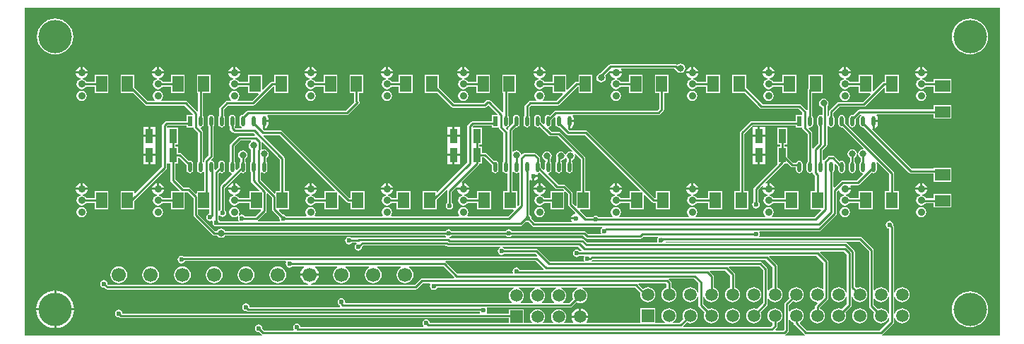
<source format=gbl>
%FSLAX44Y44*%
%MOMM*%
G71*
G01*
G75*
G04 Layer_Physical_Order=2*
G04 Layer_Color=16711680*
%ADD10R,1.9000X1.3500*%
%ADD11C,0.2540*%
%ADD12C,1.7000*%
%ADD13C,0.9000*%
%ADD14R,1.5000X1.5000*%
%ADD15C,1.5000*%
%ADD16C,4.0000*%
%ADD17C,0.6000*%
%ADD18C,0.8000*%
%ADD19O,0.5000X1.2000*%
%ADD20R,0.5000X1.2000*%
%ADD21R,0.9500X1.7000*%
%ADD22R,1.3500X1.9000*%
G36*
X600567Y25140D02*
X598711Y24372D01*
X596831Y22929D01*
X595388Y21049D01*
X594482Y18859D01*
X594172Y16510D01*
X594482Y14160D01*
X595388Y11971D01*
X596831Y10091D01*
X598114Y9107D01*
X597706Y7904D01*
X583394D01*
X582986Y9107D01*
X584269Y10091D01*
X585712Y11971D01*
X586618Y14160D01*
X586928Y16510D01*
X586618Y18859D01*
X585712Y21049D01*
X584269Y22929D01*
X582389Y24372D01*
X580533Y25140D01*
X580781Y26386D01*
X600319D01*
X600567Y25140D01*
D02*
G37*
G36*
X625967D02*
X624111Y24372D01*
X622231Y22929D01*
X620788Y21049D01*
X619882Y18859D01*
X619572Y16510D01*
X619882Y14160D01*
X620592Y12446D01*
X616050Y7904D01*
X608794D01*
X608386Y9107D01*
X609669Y10091D01*
X611111Y11971D01*
X612018Y14160D01*
X612328Y16510D01*
X612018Y18859D01*
X611111Y21049D01*
X609669Y22929D01*
X607789Y24372D01*
X605933Y25140D01*
X606181Y26386D01*
X625719D01*
X625967Y25140D01*
D02*
G37*
G36*
X585098Y48448D02*
X584612Y47274D01*
X556729D01*
X556689Y47476D01*
X555694Y48964D01*
X554206Y49959D01*
X552450Y50308D01*
X550694Y49959D01*
X549206Y48964D01*
X548211Y47476D01*
X547862Y45720D01*
X548211Y43964D01*
X548258Y43894D01*
X547659Y42774D01*
X481920D01*
X468087Y56607D01*
X467618Y56920D01*
X467987Y58136D01*
X575410D01*
X585098Y48448D01*
D02*
G37*
G36*
X575167Y25140D02*
X573311Y24372D01*
X571431Y22929D01*
X569989Y21049D01*
X569082Y18859D01*
X568772Y16510D01*
X569082Y14160D01*
X569989Y11971D01*
X571431Y10091D01*
X572714Y9107D01*
X572306Y7904D01*
X557994D01*
X557586Y9107D01*
X558869Y10091D01*
X560312Y11971D01*
X561218Y14160D01*
X561528Y16510D01*
X561218Y18859D01*
X560312Y21049D01*
X558869Y22929D01*
X556989Y24372D01*
X555133Y25140D01*
X555381Y26386D01*
X574919D01*
X575167Y25140D01*
D02*
G37*
G36*
X184756Y114946D02*
X183664Y114729D01*
X182176Y113734D01*
X181181Y112246D01*
X180832Y110490D01*
X181181Y108734D01*
X182176Y107246D01*
X183664Y106251D01*
X185420Y105902D01*
X187176Y106251D01*
X187723Y106616D01*
X188801Y105896D01*
X188452Y104140D01*
X188801Y102384D01*
X189796Y100896D01*
X191284Y99901D01*
X193040Y99552D01*
X194796Y99901D01*
X195012Y100046D01*
X557530D01*
X557530Y100046D01*
X558611Y100261D01*
X559527Y100873D01*
X564047Y105393D01*
X564664Y104981D01*
X566420Y104632D01*
X566916Y104730D01*
X571463Y100183D01*
X571463Y100183D01*
X572012Y99816D01*
X572379Y99571D01*
X573460Y99356D01*
X655618D01*
X655987Y98140D01*
X654616Y97224D01*
X653621Y95736D01*
X653272Y93980D01*
X653621Y92224D01*
X654055Y91574D01*
X653457Y90454D01*
X638710D01*
X635727Y93437D01*
X634811Y94049D01*
X633730Y94264D01*
X633730Y94264D01*
X547085D01*
X546804Y94684D01*
X545316Y95679D01*
X543560Y96028D01*
X541804Y95679D01*
X540316Y94684D01*
X540035Y94264D01*
X474695D01*
X474414Y94684D01*
X472926Y95679D01*
X471170Y96028D01*
X469414Y95679D01*
X467926Y94684D01*
X467645Y94264D01*
X203578D01*
X202815Y95405D01*
X200996Y96621D01*
X198850Y97048D01*
X196704Y96621D01*
X194885Y95405D01*
X194122Y94264D01*
X191670D01*
X171364Y114570D01*
Y119810D01*
X184756D01*
Y114946D01*
D02*
G37*
G36*
X859506Y50900D02*
Y26352D01*
X857791Y25642D01*
X855911Y24199D01*
X854927Y22916D01*
X853724Y23324D01*
Y48260D01*
X853509Y49341D01*
X852897Y50257D01*
X852897Y50257D01*
X846547Y56607D01*
X845631Y57219D01*
X844550Y57434D01*
X844550Y57434D01*
X643247D01*
X642878Y58650D01*
X643347Y58963D01*
X643790Y59406D01*
X851000D01*
X859506Y50900D01*
D02*
G37*
G36*
X259696Y134041D02*
Y120163D01*
X259696Y120163D01*
X259911Y119082D01*
X260523Y118166D01*
X268629Y110060D01*
X268462Y109220D01*
X268811Y107464D01*
X269245Y106814D01*
X268647Y105694D01*
X243197D01*
X242828Y106910D01*
X243297Y107223D01*
X252187Y116113D01*
X252187Y116113D01*
X252799Y117029D01*
X252881Y117439D01*
X253169Y117871D01*
X253384Y118951D01*
X253384Y118951D01*
Y138693D01*
X254558Y139179D01*
X259696Y134041D01*
D02*
G37*
G36*
X999206Y14849D02*
Y-4689D01*
X997960Y-4937D01*
X997191Y-3081D01*
X995749Y-1201D01*
X993869Y242D01*
X991680Y1148D01*
X989330Y1458D01*
X986981Y1148D01*
X985266Y438D01*
X980724Y4980D01*
Y12236D01*
X981927Y12644D01*
X982911Y11361D01*
X984791Y9919D01*
X986981Y9012D01*
X989330Y8702D01*
X991680Y9012D01*
X993869Y9919D01*
X995749Y11361D01*
X997191Y13241D01*
X997960Y15097D01*
X999206Y14849D01*
D02*
G37*
G36*
X975076Y69950D02*
Y3810D01*
X975076Y3810D01*
X975291Y2729D01*
X975903Y1813D01*
X981272Y-3556D01*
X980562Y-5271D01*
X980252Y-7620D01*
X980562Y-9969D01*
X981469Y-12159D01*
X982911Y-14039D01*
X984791Y-15481D01*
X986981Y-16388D01*
X989330Y-16698D01*
X991680Y-16388D01*
X993869Y-15481D01*
X995749Y-14039D01*
X997191Y-12159D01*
X997960Y-10303D01*
X999206Y-10551D01*
Y-14070D01*
X988160Y-25116D01*
X900330D01*
X891965Y-16751D01*
X892212Y-15505D01*
X892269Y-15481D01*
X894149Y-14039D01*
X895592Y-12159D01*
X896498Y-9969D01*
X896808Y-7620D01*
X896498Y-5271D01*
X895592Y-3081D01*
X894149Y-1201D01*
X892269Y242D01*
X890079Y1148D01*
X887730Y1458D01*
X885380Y1148D01*
X883191Y242D01*
X881311Y-1201D01*
X880327Y-2484D01*
X879124Y-2076D01*
Y5180D01*
X883666Y9722D01*
X885380Y9012D01*
X887730Y8702D01*
X890079Y9012D01*
X892269Y9919D01*
X894149Y11361D01*
X895592Y13241D01*
X896498Y15431D01*
X896808Y17780D01*
X896498Y20129D01*
X895592Y22319D01*
X894149Y24199D01*
X892269Y25642D01*
X890079Y26548D01*
X887730Y26858D01*
X885380Y26548D01*
X883191Y25642D01*
X881311Y24199D01*
X879868Y22319D01*
X878962Y20129D01*
X878652Y17780D01*
X878962Y15431D01*
X879672Y13716D01*
X874303Y8347D01*
X873691Y7431D01*
X873476Y6350D01*
X873476Y6350D01*
Y-24230D01*
X872590Y-25116D01*
X863188D01*
X862702Y-23942D01*
X864327Y-22317D01*
X864327Y-22317D01*
X864694Y-21768D01*
X864939Y-21401D01*
X865154Y-20320D01*
Y-16192D01*
X866869Y-15481D01*
X868749Y-14039D01*
X870191Y-12159D01*
X871098Y-9969D01*
X871408Y-7620D01*
X871098Y-5271D01*
X870191Y-3081D01*
X868749Y-1201D01*
X866869Y242D01*
X864679Y1148D01*
X862330Y1458D01*
X859980Y1148D01*
X857791Y242D01*
X855911Y-1201D01*
X854469Y-3081D01*
X853562Y-5271D01*
X853252Y-7620D01*
X853562Y-9969D01*
X854469Y-12159D01*
X855911Y-14039D01*
X857791Y-15481D01*
X859506Y-16192D01*
Y-19150D01*
X857580Y-21076D01*
X752928D01*
X752442Y-19902D01*
X756666Y-15678D01*
X758381Y-16388D01*
X760730Y-16698D01*
X763080Y-16388D01*
X765269Y-15481D01*
X767149Y-14039D01*
X768592Y-12159D01*
X769498Y-9969D01*
X769808Y-7620D01*
X769498Y-5271D01*
X768592Y-3081D01*
X767149Y-1201D01*
X765269Y242D01*
X763080Y1148D01*
X760730Y1458D01*
X758381Y1148D01*
X756191Y242D01*
X754311Y-1201D01*
X752868Y-3081D01*
X751962Y-5271D01*
X751652Y-7620D01*
X751962Y-9969D01*
X752672Y-11684D01*
X748020Y-16336D01*
X740731D01*
X740323Y-15133D01*
X741749Y-14039D01*
X743192Y-12159D01*
X744098Y-9969D01*
X744408Y-7620D01*
X744098Y-5271D01*
X743192Y-3081D01*
X741749Y-1201D01*
X739869Y242D01*
X737680Y1148D01*
X735330Y1458D01*
X732980Y1148D01*
X730791Y242D01*
X728911Y-1201D01*
X727468Y-3081D01*
X726562Y-5271D01*
X726252Y-7620D01*
X726562Y-9969D01*
X727468Y-12159D01*
X728911Y-14039D01*
X730337Y-15133D01*
X729929Y-16336D01*
X718930D01*
Y1380D01*
X700930D01*
Y-16336D01*
X637028D01*
X636466Y-15197D01*
X637420Y-13953D01*
X638432Y-11511D01*
X638609Y-10160D01*
X618691D01*
X618868Y-11511D01*
X619880Y-13953D01*
X620834Y-15197D01*
X620272Y-16336D01*
X610317D01*
X609755Y-15197D01*
X611111Y-13429D01*
X612018Y-11240D01*
X612328Y-8890D01*
X612018Y-6540D01*
X611111Y-4351D01*
X609669Y-2471D01*
X607789Y-1028D01*
X605600Y-122D01*
X603250Y188D01*
X600900Y-122D01*
X598711Y-1028D01*
X596831Y-2471D01*
X595388Y-4351D01*
X594482Y-6540D01*
X594172Y-8890D01*
X594482Y-11240D01*
X595388Y-13429D01*
X596745Y-15197D01*
X596183Y-16336D01*
X584917D01*
X584355Y-15197D01*
X585712Y-13429D01*
X586618Y-11240D01*
X586928Y-8890D01*
X586618Y-6540D01*
X585712Y-4351D01*
X584269Y-2471D01*
X582389Y-1028D01*
X580200Y-122D01*
X577850Y188D01*
X575500Y-122D01*
X573311Y-1028D01*
X571431Y-2471D01*
X569989Y-4351D01*
X569082Y-6540D01*
X568772Y-8890D01*
X569082Y-11240D01*
X569989Y-13429D01*
X571345Y-15197D01*
X570783Y-16336D01*
X561450D01*
Y110D01*
X543450D01*
Y-4796D01*
X517483D01*
X516885Y-3676D01*
X517319Y-3026D01*
X517668Y-1270D01*
X517319Y486D01*
X516885Y1136D01*
X517483Y2256D01*
X617220D01*
X617220Y2256D01*
X618301Y2471D01*
X619217Y3083D01*
X624586Y8452D01*
X626301Y7742D01*
X628650Y7432D01*
X630999Y7742D01*
X633189Y8648D01*
X635069Y10091D01*
X636511Y11971D01*
X637418Y14160D01*
X637728Y16510D01*
X637418Y18859D01*
X636511Y21049D01*
X635069Y22929D01*
X633189Y24372D01*
X631333Y25140D01*
X631581Y26386D01*
X694560D01*
X701122Y19824D01*
X700852Y17780D01*
X701162Y15431D01*
X702068Y13241D01*
X703511Y11361D01*
X705391Y9919D01*
X707580Y9012D01*
X709930Y8702D01*
X712280Y9012D01*
X714469Y9919D01*
X716349Y11361D01*
X717792Y13241D01*
X718698Y15431D01*
X719008Y17780D01*
X718698Y20129D01*
X717792Y22319D01*
X716349Y24199D01*
X714469Y25642D01*
X712280Y26548D01*
X709930Y26858D01*
X707580Y26548D01*
X705391Y25642D01*
X704204Y24730D01*
X698642Y30292D01*
X699128Y31466D01*
X731620D01*
X732506Y30580D01*
Y26352D01*
X730791Y25642D01*
X728911Y24199D01*
X727468Y22319D01*
X726562Y20129D01*
X726252Y17780D01*
X726562Y15431D01*
X727468Y13241D01*
X728911Y11361D01*
X730791Y9919D01*
X732980Y9012D01*
X735330Y8702D01*
X737680Y9012D01*
X739869Y9919D01*
X741749Y11361D01*
X743192Y13241D01*
X744098Y15431D01*
X744408Y17780D01*
X744098Y20129D01*
X743192Y22319D01*
X741749Y24199D01*
X739869Y25642D01*
X738154Y26352D01*
Y31750D01*
X737939Y32831D01*
X737694Y33198D01*
X737327Y33747D01*
X737327Y33747D01*
X735122Y35952D01*
X735608Y37126D01*
X765100D01*
X770606Y31620D01*
Y20711D01*
X769360Y20463D01*
X768592Y22319D01*
X767149Y24199D01*
X765269Y25642D01*
X763080Y26548D01*
X760730Y26858D01*
X758381Y26548D01*
X756191Y25642D01*
X754311Y24199D01*
X752868Y22319D01*
X751962Y20129D01*
X751652Y17780D01*
X751962Y15431D01*
X752868Y13241D01*
X754311Y11361D01*
X756191Y9919D01*
X758381Y9012D01*
X760730Y8702D01*
X763080Y9012D01*
X765269Y9919D01*
X767149Y11361D01*
X768592Y13241D01*
X769360Y15097D01*
X770606Y14849D01*
Y5080D01*
X770606Y5080D01*
X770821Y3999D01*
X771433Y3083D01*
X778072Y-3556D01*
X777362Y-5271D01*
X777052Y-7620D01*
X777362Y-9969D01*
X778269Y-12159D01*
X779711Y-14039D01*
X781591Y-15481D01*
X783781Y-16388D01*
X786130Y-16698D01*
X788480Y-16388D01*
X790669Y-15481D01*
X792549Y-14039D01*
X793991Y-12159D01*
X794898Y-9969D01*
X795208Y-7620D01*
X794898Y-5271D01*
X793991Y-3081D01*
X792549Y-1201D01*
X790669Y242D01*
X788480Y1148D01*
X786130Y1458D01*
X783781Y1148D01*
X782066Y438D01*
X776254Y6250D01*
Y14849D01*
X777500Y15097D01*
X778269Y13241D01*
X779711Y11361D01*
X781591Y9919D01*
X783781Y9012D01*
X786130Y8702D01*
X788480Y9012D01*
X790669Y9919D01*
X792549Y11361D01*
X793991Y13241D01*
X794898Y15431D01*
X795208Y17780D01*
X794898Y20129D01*
X793991Y22319D01*
X792549Y24199D01*
X790669Y25642D01*
X788954Y26352D01*
Y39370D01*
X788954Y39370D01*
X788739Y40451D01*
X788127Y41367D01*
X788127Y41367D01*
X783962Y45532D01*
X784448Y46706D01*
X802740D01*
X808706Y40740D01*
Y26352D01*
X806991Y25642D01*
X805111Y24199D01*
X803669Y22319D01*
X802762Y20129D01*
X802452Y17780D01*
X802762Y15431D01*
X803669Y13241D01*
X805111Y11361D01*
X806991Y9919D01*
X809181Y9012D01*
X811530Y8702D01*
X813879Y9012D01*
X816069Y9919D01*
X817949Y11361D01*
X819391Y13241D01*
X820298Y15431D01*
X820608Y17780D01*
X820298Y20129D01*
X819391Y22319D01*
X817949Y24199D01*
X816069Y25642D01*
X814354Y26352D01*
Y41910D01*
X814139Y42991D01*
X813527Y43907D01*
X806822Y50612D01*
X807308Y51786D01*
X843380D01*
X848076Y47090D01*
Y7520D01*
X840994Y438D01*
X839279Y1148D01*
X836930Y1458D01*
X834581Y1148D01*
X832391Y242D01*
X830511Y-1201D01*
X829069Y-3081D01*
X828162Y-5271D01*
X827852Y-7620D01*
X828162Y-9969D01*
X829069Y-12159D01*
X830511Y-14039D01*
X832391Y-15481D01*
X834581Y-16388D01*
X836930Y-16698D01*
X839279Y-16388D01*
X841469Y-15481D01*
X843349Y-14039D01*
X844791Y-12159D01*
X845698Y-9969D01*
X846008Y-7620D01*
X845698Y-5271D01*
X844988Y-3556D01*
X852897Y4353D01*
X852897Y4353D01*
X853509Y5269D01*
X853724Y6350D01*
Y12236D01*
X854927Y12644D01*
X855911Y11361D01*
X857791Y9919D01*
X859980Y9012D01*
X862330Y8702D01*
X864679Y9012D01*
X866869Y9919D01*
X868749Y11361D01*
X870191Y13241D01*
X871098Y15431D01*
X871408Y17780D01*
X871098Y20129D01*
X870191Y22319D01*
X868749Y24199D01*
X866869Y25642D01*
X865154Y26352D01*
Y52070D01*
X864939Y53151D01*
X864327Y54067D01*
X864327Y54067D01*
X855082Y63312D01*
X855568Y64486D01*
X911960D01*
X920576Y55870D01*
Y24847D01*
X919437Y24285D01*
X917669Y25642D01*
X915480Y26548D01*
X913130Y26858D01*
X910780Y26548D01*
X908591Y25642D01*
X906711Y24199D01*
X905268Y22319D01*
X904362Y20129D01*
X904052Y17780D01*
X904362Y15431D01*
X905268Y13241D01*
X906711Y11361D01*
X908591Y9919D01*
X910780Y9012D01*
X912990Y8721D01*
X913398Y7518D01*
X911133Y5253D01*
X910521Y4337D01*
X910306Y3256D01*
X910306Y3256D01*
Y952D01*
X908591Y242D01*
X906711Y-1201D01*
X905268Y-3081D01*
X904362Y-5271D01*
X904052Y-7620D01*
X904362Y-9969D01*
X905268Y-12159D01*
X906711Y-14039D01*
X908591Y-15481D01*
X910780Y-16388D01*
X913130Y-16698D01*
X915480Y-16388D01*
X917669Y-15481D01*
X919549Y-14039D01*
X920992Y-12159D01*
X921898Y-9969D01*
X922208Y-7620D01*
X921898Y-5271D01*
X920992Y-3081D01*
X919549Y-1201D01*
X917669Y242D01*
X916208Y847D01*
X915960Y2092D01*
X925397Y11529D01*
X925397Y11529D01*
X926009Y12445D01*
X926224Y13526D01*
Y57040D01*
X926009Y58121D01*
X925397Y59037D01*
X925397Y59037D01*
X916042Y68392D01*
X916528Y69566D01*
X944980D01*
X948406Y66140D01*
Y20711D01*
X947160Y20463D01*
X946392Y22319D01*
X944949Y24199D01*
X943069Y25642D01*
X940880Y26548D01*
X938530Y26858D01*
X936180Y26548D01*
X933991Y25642D01*
X932111Y24199D01*
X930668Y22319D01*
X929762Y20129D01*
X929452Y17780D01*
X929762Y15431D01*
X930668Y13241D01*
X932111Y11361D01*
X933991Y9919D01*
X936180Y9012D01*
X938530Y8702D01*
X940880Y9012D01*
X943069Y9919D01*
X944949Y11361D01*
X946392Y13241D01*
X947160Y15097D01*
X948406Y14849D01*
Y6250D01*
X942594Y438D01*
X940880Y1148D01*
X938530Y1458D01*
X936180Y1148D01*
X933991Y242D01*
X932111Y-1201D01*
X930668Y-3081D01*
X929762Y-5271D01*
X929452Y-7620D01*
X929762Y-9969D01*
X930668Y-12159D01*
X932111Y-14039D01*
X933991Y-15481D01*
X936180Y-16388D01*
X938530Y-16698D01*
X940880Y-16388D01*
X943069Y-15481D01*
X944949Y-14039D01*
X946392Y-12159D01*
X947298Y-9969D01*
X947608Y-7620D01*
X947298Y-5271D01*
X946588Y-3556D01*
X953227Y3083D01*
X953227Y3083D01*
X953839Y3999D01*
X954054Y5080D01*
X954054Y5080D01*
Y14849D01*
X955300Y15097D01*
X956068Y13241D01*
X957511Y11361D01*
X959391Y9919D01*
X961581Y9012D01*
X963930Y8702D01*
X966280Y9012D01*
X968469Y9919D01*
X970349Y11361D01*
X971792Y13241D01*
X972698Y15431D01*
X973008Y17780D01*
X972698Y20129D01*
X971792Y22319D01*
X970349Y24199D01*
X968469Y25642D01*
X966280Y26548D01*
X963930Y26858D01*
X961581Y26548D01*
X959866Y25838D01*
X958094Y27610D01*
Y68983D01*
X957879Y70064D01*
X957634Y70431D01*
X957267Y70981D01*
X957267Y70981D01*
X948781Y79467D01*
X947864Y80079D01*
X946783Y80294D01*
X946783Y80294D01*
X730633D01*
X730530Y80486D01*
X731183Y81576D01*
X963450D01*
X975076Y69950D01*
D02*
G37*
G36*
X234849Y201700D02*
X233525Y200815D01*
X232309Y198996D01*
X231882Y196850D01*
X232309Y194704D01*
X233525Y192885D01*
X234666Y192122D01*
Y177444D01*
X234606Y177404D01*
X233722Y176081D01*
X233412Y174520D01*
Y167520D01*
X233722Y165959D01*
X234606Y164636D01*
X234666Y164596D01*
Y154528D01*
X234666Y154527D01*
X234881Y153447D01*
X235493Y152530D01*
X245040Y142983D01*
X244554Y141810D01*
X232790D01*
Y133634D01*
X219959D01*
X218956Y135136D01*
X216971Y136462D01*
X216089Y136637D01*
X216130Y137907D01*
X216468Y137951D01*
X218180Y138661D01*
X219651Y139789D01*
X220779Y141260D01*
X221489Y142972D01*
X221563Y143540D01*
X207696D01*
X207771Y142972D01*
X208481Y141260D01*
X209609Y139789D01*
X211080Y138661D01*
X212792Y137951D01*
X213130Y137907D01*
X213171Y136637D01*
X212289Y136462D01*
X210304Y135136D01*
X208978Y133151D01*
X208512Y130810D01*
X208978Y128469D01*
X210304Y126484D01*
X212289Y125158D01*
X214630Y124692D01*
X216971Y125158D01*
X218956Y126484D01*
X219959Y127986D01*
X232790D01*
Y119810D01*
X245746D01*
X246218Y119716D01*
X246587Y118501D01*
X240130Y112044D01*
X227045D01*
X226764Y112464D01*
X225276Y113459D01*
X223520Y113808D01*
X221764Y113459D01*
X220573Y112663D01*
X219675Y113561D01*
X220282Y114469D01*
X220748Y116810D01*
X220282Y119151D01*
X218956Y121136D01*
X216971Y122462D01*
X214630Y122928D01*
X212289Y122462D01*
X210304Y121136D01*
X208978Y119151D01*
X208512Y116810D01*
X208978Y114469D01*
X210304Y112484D01*
X212289Y111158D01*
X214630Y110693D01*
X216971Y111158D01*
X218658Y112285D01*
X219556Y111387D01*
X219281Y110976D01*
X218932Y109220D01*
X219281Y107464D01*
X219715Y106814D01*
X219117Y105694D01*
X197319D01*
X197279Y105896D01*
X196284Y107384D01*
X195864Y107665D01*
Y112460D01*
X197080Y112829D01*
X197416Y112326D01*
X198904Y111331D01*
X200660Y110982D01*
X202416Y111331D01*
X203904Y112326D01*
X204899Y113814D01*
X205248Y115570D01*
X204899Y117326D01*
X203904Y118814D01*
X203484Y119095D01*
Y145720D01*
X222202Y164438D01*
X223229Y163752D01*
X224790Y163442D01*
X226351Y163752D01*
X227674Y164636D01*
X228558Y165959D01*
X228868Y167520D01*
Y174520D01*
X228558Y176081D01*
X227674Y177404D01*
X227614Y177444D01*
Y180692D01*
X228755Y181455D01*
X229971Y183274D01*
X230398Y185420D01*
X229971Y187566D01*
X228755Y189385D01*
X226936Y190601D01*
X224790Y191028D01*
X222644Y190601D01*
X220825Y189385D01*
X219609Y187566D01*
X219182Y185420D01*
X219609Y183274D01*
X220825Y181455D01*
X221966Y180692D01*
Y177444D01*
X221906Y177404D01*
X221022Y176081D01*
X220712Y174520D01*
Y170936D01*
X217342Y167566D01*
X216168Y168052D01*
Y174520D01*
X215858Y176081D01*
X214974Y177404D01*
X214914Y177444D01*
Y195680D01*
X222150Y202916D01*
X234481D01*
X234849Y201700D01*
D02*
G37*
G36*
X157290Y218520D02*
X164998D01*
X164998Y218520D01*
Y218520D01*
X165290Y218520D01*
X165290D01*
X165909D01*
X166111Y217506D01*
X166723Y216590D01*
X171166Y212147D01*
Y177444D01*
X171106Y177404D01*
X170222Y176081D01*
X169912Y174520D01*
Y167520D01*
X170222Y165959D01*
X171106Y164636D01*
X172429Y163752D01*
X173990Y163442D01*
X175551Y163752D01*
X176874Y164636D01*
X177380Y165394D01*
X178596Y165026D01*
Y141810D01*
X169810D01*
Y139374D01*
X168637Y138888D01*
X162017Y145507D01*
X161101Y146119D01*
X160020Y146334D01*
X160020Y146334D01*
X153600D01*
X143824Y156110D01*
Y175420D01*
X147250D01*
Y181907D01*
X148423Y182393D01*
X157212Y173604D01*
Y167520D01*
X157522Y165959D01*
X158406Y164636D01*
X159729Y163752D01*
X161290Y163442D01*
X162851Y163752D01*
X164174Y164636D01*
X165058Y165959D01*
X165368Y167520D01*
Y174520D01*
X165058Y176081D01*
X164174Y177404D01*
X162851Y178288D01*
X161290Y178598D01*
X160386Y178419D01*
X151387Y187417D01*
X150471Y188029D01*
X149390Y188244D01*
X149390Y188244D01*
X147250D01*
Y195420D01*
X143824D01*
Y198280D01*
X147250D01*
Y218280D01*
X134750D01*
Y218280D01*
X134532D01*
X133634Y219178D01*
Y219810D01*
X134520Y220696D01*
X157290D01*
Y218520D01*
D02*
G37*
G36*
X881311Y-14039D02*
X883191Y-15481D01*
X884906Y-16192D01*
Y-16510D01*
X884906Y-16510D01*
X885121Y-17591D01*
X885733Y-18507D01*
X897163Y-29937D01*
X898057Y-30535D01*
X897689Y-31750D01*
X875231D01*
X874863Y-30535D01*
X875757Y-29937D01*
X878297Y-27397D01*
X878297Y-27397D01*
X878664Y-26848D01*
X878909Y-26481D01*
X879124Y-25400D01*
Y-13164D01*
X880327Y-12756D01*
X881311Y-14039D01*
D02*
G37*
G36*
X269216Y180180D02*
Y141810D01*
X263790D01*
Y139594D01*
X262617Y139108D01*
X246244Y155481D01*
Y163927D01*
X246783Y164287D01*
X247364Y164597D01*
X248629Y163752D01*
X250190Y163442D01*
X251751Y163752D01*
X253074Y164636D01*
X253958Y165959D01*
X254268Y167520D01*
Y174520D01*
X253958Y176081D01*
X253074Y177404D01*
X253014Y177444D01*
Y181962D01*
X254155Y182725D01*
X255371Y184544D01*
X255798Y186690D01*
X255371Y188836D01*
X254155Y190655D01*
X252336Y191871D01*
X250190Y192298D01*
X248066Y191875D01*
X248011Y191921D01*
X247084Y193307D01*
Y200652D01*
X248258Y201138D01*
X269216Y180180D01*
D02*
G37*
G36*
X549566Y164636D02*
X550889Y163752D01*
X552450Y163442D01*
X554011Y163752D01*
X554856Y164317D01*
X555976Y163718D01*
Y125522D01*
X554513Y124060D01*
X553340Y124546D01*
Y141810D01*
X547914D01*
Y164921D01*
X549130Y165289D01*
X549566Y164636D01*
D02*
G37*
G36*
X635543Y85633D02*
X636459Y85021D01*
X637540Y84806D01*
X637540Y84806D01*
X701040D01*
X701040Y84806D01*
X702121Y85021D01*
X703037Y85633D01*
X704750Y87346D01*
X721813D01*
X721833Y87333D01*
X722425Y86226D01*
X721566Y84941D01*
X721217Y83185D01*
X721566Y81429D01*
X721613Y81359D01*
X721014Y80239D01*
X637495D01*
X633417Y84317D01*
X632501Y84929D01*
X631420Y85144D01*
X631420Y85144D01*
X473257D01*
X472452Y86126D01*
X472655Y87147D01*
X472926Y87201D01*
X474414Y88196D01*
X474695Y88616D01*
X540035D01*
X540316Y88196D01*
X541804Y87201D01*
X543560Y86852D01*
X545316Y87201D01*
X546804Y88196D01*
X547085Y88616D01*
X632560D01*
X635543Y85633D01*
D02*
G37*
G36*
X630818Y71308D02*
X630332Y70134D01*
X628365D01*
X628084Y70554D01*
X626596Y71549D01*
X624840Y71898D01*
X623084Y71549D01*
X621596Y70554D01*
X620601Y69066D01*
X620252Y67310D01*
X620601Y65554D01*
X621596Y64066D01*
X623084Y63071D01*
X624840Y62722D01*
X626596Y63071D01*
X628084Y64066D01*
X628365Y64486D01*
X633137D01*
X633735Y63366D01*
X633301Y62716D01*
X632952Y60960D01*
X633301Y59204D01*
X633735Y58554D01*
X633137Y57434D01*
X592990D01*
X578577Y71847D01*
X577661Y72459D01*
X576580Y72674D01*
X576580Y72674D01*
X538195D01*
X537914Y73094D01*
X536426Y74089D01*
X535908Y74192D01*
X536033Y75456D01*
X626670D01*
X630818Y71308D01*
D02*
G37*
G36*
X599553Y145323D02*
X599553Y145323D01*
X600469Y144711D01*
X601550Y144496D01*
X601550Y144496D01*
X608430D01*
X609943Y142983D01*
X609728Y142466D01*
X609728Y142466D01*
X609456Y141810D01*
X593470D01*
Y133634D01*
X585719D01*
X584716Y135136D01*
X582731Y136462D01*
X581849Y136637D01*
X581890Y137907D01*
X582228Y137951D01*
X583940Y138661D01*
X585411Y139789D01*
X586539Y141260D01*
X587249Y142972D01*
X587323Y143540D01*
X573456D01*
X573531Y142972D01*
X574241Y141260D01*
X575369Y139789D01*
X576840Y138661D01*
X578552Y137951D01*
X578890Y137907D01*
X578931Y136637D01*
X578049Y136462D01*
X576064Y135136D01*
X574738Y133151D01*
X574272Y130810D01*
X574738Y128469D01*
X576064Y126484D01*
X578049Y125158D01*
X580390Y124692D01*
X582731Y125158D01*
X584716Y126484D01*
X585719Y127986D01*
X593470D01*
Y119810D01*
X609970D01*
Y141297D01*
X610626Y141568D01*
X610626Y141568D01*
X611143Y141783D01*
X614396Y138530D01*
Y126143D01*
X614396Y126143D01*
X614611Y125062D01*
X615223Y124145D01*
X623393Y115975D01*
X623024Y114760D01*
X621408Y114439D01*
X619576Y113214D01*
X618351Y111382D01*
X618174Y110490D01*
X623570D01*
Y107950D01*
X618174D01*
X618351Y107058D01*
X618975Y106124D01*
X618377Y105004D01*
X574630D01*
X570910Y108724D01*
X571008Y109220D01*
X570659Y110976D01*
X569664Y112464D01*
X568176Y113459D01*
X567974Y113499D01*
Y155182D01*
X569094Y155781D01*
X570728Y154689D01*
X571619Y154512D01*
Y159908D01*
X572889D01*
Y161178D01*
X578285D01*
X578108Y162070D01*
X577903Y162376D01*
X578389Y163549D01*
X579411Y163752D01*
X580438Y164438D01*
X599553Y145323D01*
D02*
G37*
G36*
X1131570Y-31750D02*
X990801D01*
X990433Y-30535D01*
X991327Y-29937D01*
X1004027Y-17237D01*
X1004027Y-17237D01*
X1004639Y-16321D01*
X1004854Y-15240D01*
X1004854Y-15240D01*
Y-10551D01*
X1006100Y-10303D01*
X1006869Y-12159D01*
X1008311Y-14039D01*
X1010191Y-15481D01*
X1012381Y-16388D01*
X1014730Y-16698D01*
X1017079Y-16388D01*
X1019269Y-15481D01*
X1021149Y-14039D01*
X1022591Y-12159D01*
X1023498Y-9969D01*
X1023808Y-7620D01*
X1023498Y-5271D01*
X1022591Y-3081D01*
X1021149Y-1201D01*
X1019269Y242D01*
X1017079Y1148D01*
X1014730Y1458D01*
X1012381Y1148D01*
X1010191Y242D01*
X1008311Y-1201D01*
X1006869Y-3081D01*
X1006100Y-4937D01*
X1004854Y-4689D01*
Y14849D01*
X1006100Y15097D01*
X1006869Y13241D01*
X1008311Y11361D01*
X1010191Y9919D01*
X1012381Y9012D01*
X1014730Y8702D01*
X1017079Y9012D01*
X1019269Y9919D01*
X1021149Y11361D01*
X1022591Y13241D01*
X1023498Y15431D01*
X1023808Y17780D01*
X1023498Y20129D01*
X1022591Y22319D01*
X1021149Y24199D01*
X1019269Y25642D01*
X1017079Y26548D01*
X1014730Y26858D01*
X1012381Y26548D01*
X1010191Y25642D01*
X1008311Y24199D01*
X1006869Y22319D01*
X1006100Y20463D01*
X1004854Y20711D01*
Y99060D01*
X1004639Y100141D01*
X1004394Y100508D01*
X1004027Y101057D01*
X1004027Y101057D01*
X1003980Y101104D01*
X1004078Y101600D01*
X1003729Y103356D01*
X1002734Y104844D01*
X1001246Y105839D01*
X999490Y106188D01*
X997734Y105839D01*
X996246Y104844D01*
X995251Y103356D01*
X994902Y101600D01*
X995251Y99844D01*
X996246Y98356D01*
X997734Y97361D01*
X999206Y97068D01*
Y20711D01*
X997960Y20463D01*
X997191Y22319D01*
X995749Y24199D01*
X993869Y25642D01*
X991680Y26548D01*
X989330Y26858D01*
X986981Y26548D01*
X984791Y25642D01*
X982911Y24199D01*
X981927Y22916D01*
X980724Y23324D01*
Y71120D01*
X980509Y72201D01*
X980264Y72568D01*
X979897Y73117D01*
X979897Y73117D01*
X966617Y86397D01*
X965701Y87009D01*
X964620Y87224D01*
X964620Y87224D01*
X844261D01*
X843662Y88344D01*
X843709Y88414D01*
X844058Y90170D01*
X843709Y91926D01*
X843275Y92576D01*
X843873Y93696D01*
X915033D01*
X915033Y93696D01*
X916114Y93911D01*
X917030Y94523D01*
X935677Y113169D01*
X935677Y113169D01*
X936289Y114086D01*
X936504Y115167D01*
X936504Y115167D01*
Y141452D01*
X938112Y143059D01*
X939358Y142812D01*
X940001Y141260D01*
X941129Y139789D01*
X942600Y138661D01*
X944312Y137951D01*
X944650Y137907D01*
X944691Y136637D01*
X943809Y136462D01*
X941824Y135136D01*
X940498Y133151D01*
X940033Y130810D01*
X940498Y128469D01*
X941824Y126484D01*
X943809Y125158D01*
X946150Y124692D01*
X948491Y125158D01*
X950476Y126484D01*
X951479Y127986D01*
X963040D01*
Y119810D01*
X979540D01*
Y141810D01*
X963040D01*
Y133634D01*
X951479D01*
X950476Y135136D01*
X948491Y136462D01*
X947609Y136637D01*
X947650Y137907D01*
X947988Y137951D01*
X949700Y138661D01*
X951171Y139789D01*
X952299Y141260D01*
X953009Y142972D01*
X953083Y143540D01*
X946150D01*
Y146080D01*
X953083D01*
X953009Y146648D01*
X952366Y148200D01*
X953072Y149256D01*
X961500D01*
X961500Y149256D01*
X962581Y149471D01*
X963497Y150083D01*
X977852Y164438D01*
X978879Y163752D01*
X980440Y163442D01*
X982001Y163752D01*
X983324Y164636D01*
X984208Y165959D01*
X984518Y167520D01*
Y174520D01*
X984243Y175904D01*
X985363Y176503D01*
X999466Y162400D01*
Y141810D01*
X994040D01*
Y119810D01*
X1010540D01*
Y141810D01*
X1005114D01*
Y163570D01*
X1005114Y163570D01*
X1004899Y164651D01*
X1004287Y165567D01*
X1004287Y165567D01*
X946418Y223436D01*
Y229520D01*
X946108Y231081D01*
X945224Y232404D01*
X943901Y233288D01*
X942340Y233598D01*
X940779Y233288D01*
X939456Y232404D01*
X938572Y231081D01*
X938262Y229520D01*
Y222520D01*
X938572Y220959D01*
X939456Y219636D01*
X940779Y218752D01*
X942340Y218442D01*
X943244Y218622D01*
X968475Y193391D01*
X967877Y192271D01*
X967740Y192298D01*
X965594Y191871D01*
X963775Y190655D01*
X962559Y188836D01*
X962132Y186690D01*
X962559Y184544D01*
X963775Y182725D01*
X964916Y181962D01*
Y177444D01*
X964856Y177404D01*
X963972Y176081D01*
X963662Y174520D01*
Y167520D01*
X963972Y165959D01*
X964856Y164636D01*
X966179Y163752D01*
X967359Y163517D01*
X967728Y162302D01*
X960330Y154904D01*
X943139D01*
X943139Y154904D01*
X942058Y154689D01*
X941142Y154077D01*
X941142Y154077D01*
X933638Y146573D01*
X932464Y147059D01*
Y164596D01*
X932524Y164636D01*
X933408Y165959D01*
X933718Y167520D01*
Y173991D01*
X934892Y174477D01*
X937846Y171523D01*
X938262Y171245D01*
Y167520D01*
X938572Y165959D01*
X939456Y164636D01*
X940779Y163752D01*
X942340Y163442D01*
X943901Y163752D01*
X945224Y164636D01*
X946108Y165959D01*
X946418Y167520D01*
Y172640D01*
X946434Y172720D01*
X946418Y172800D01*
Y174520D01*
X946108Y176081D01*
X945224Y177404D01*
X943901Y178288D01*
X942340Y178598D01*
X940779Y178288D01*
X939754Y177603D01*
X933820Y183537D01*
X932904Y184149D01*
X931823Y184364D01*
X931823Y184364D01*
X927457D01*
X927457Y184364D01*
X926376Y184149D01*
X925460Y183537D01*
X925460Y183537D01*
X920938Y179015D01*
X920776Y179082D01*
X919764Y179757D01*
Y191237D01*
X924207Y195679D01*
X924819Y196596D01*
X925034Y197677D01*
X925034Y197677D01*
Y220026D01*
X926250Y220394D01*
X926756Y219636D01*
X928079Y218752D01*
X929640Y218442D01*
X931201Y218752D01*
X932524Y219636D01*
X933408Y220959D01*
X933718Y222520D01*
Y229520D01*
X933408Y231081D01*
X932524Y232404D01*
X932464Y232444D01*
Y236320D01*
X939700Y243556D01*
X968798D01*
X968798Y243556D01*
X969879Y243771D01*
X970795Y244383D01*
X992867Y266454D01*
X994040Y265968D01*
Y259510D01*
X1010540D01*
Y281510D01*
X994040D01*
Y273334D01*
X992928D01*
X992928Y273334D01*
X991847Y273119D01*
X990931Y272507D01*
X980713Y262289D01*
X979540Y262775D01*
Y281510D01*
X963040D01*
Y273334D01*
X951479D01*
X950476Y274836D01*
X948491Y276162D01*
X947609Y276337D01*
X947650Y277607D01*
X947988Y277651D01*
X949700Y278361D01*
X951171Y279489D01*
X952299Y280960D01*
X953009Y282672D01*
X953083Y283240D01*
X939217D01*
X939291Y282672D01*
X940001Y280960D01*
X941129Y279489D01*
X942600Y278361D01*
X944312Y277651D01*
X944650Y277607D01*
X944691Y276337D01*
X943809Y276162D01*
X941824Y274836D01*
X940498Y272851D01*
X940033Y270510D01*
X940498Y268169D01*
X941824Y266184D01*
X943809Y264858D01*
X946150Y264393D01*
X948491Y264858D01*
X950476Y266184D01*
X951479Y267686D01*
X963040D01*
Y259510D01*
X976275D01*
X976761Y258337D01*
X967628Y249204D01*
X946655D01*
X946531Y250468D01*
X948491Y250858D01*
X950476Y252184D01*
X951802Y254169D01*
X952268Y256510D01*
X951802Y258851D01*
X950476Y260836D01*
X948491Y262162D01*
X946150Y262628D01*
X943809Y262162D01*
X941824Y260836D01*
X940498Y258851D01*
X940033Y256510D01*
X940498Y254169D01*
X941824Y252184D01*
X943809Y250858D01*
X945769Y250468D01*
D01*
X945645Y249204D01*
X938530D01*
X938530Y249204D01*
X937449Y248989D01*
X936533Y248377D01*
X936533Y248377D01*
X927643Y239487D01*
X927031Y238571D01*
X926816Y237490D01*
X926816Y237490D01*
Y232540D01*
X925796Y231783D01*
X925034Y232014D01*
Y244162D01*
X925931Y245504D01*
X926358Y247650D01*
X925931Y249796D01*
X924715Y251615D01*
X922896Y252831D01*
X920750Y253258D01*
X918604Y252831D01*
X916785Y251615D01*
X915569Y249796D01*
X915142Y247650D01*
X915569Y245504D01*
X916785Y243685D01*
X918604Y242469D01*
X919386Y242314D01*
Y234113D01*
X918404Y233307D01*
X916940Y233598D01*
X915379Y233288D01*
X914056Y232404D01*
X913172Y231081D01*
X912862Y229520D01*
Y222520D01*
X913172Y220959D01*
X914056Y219636D01*
X914116Y219596D01*
Y199290D01*
X908633Y193807D01*
X908280Y193278D01*
X907064Y193647D01*
Y211846D01*
X907064Y211846D01*
X906849Y212927D01*
X906237Y213843D01*
X902540Y217541D01*
X903138Y218661D01*
X904240Y218442D01*
X905801Y218752D01*
X907124Y219636D01*
X908008Y220959D01*
X908318Y222520D01*
Y229520D01*
X908008Y231081D01*
X907124Y232404D01*
X907064Y232444D01*
Y259510D01*
X919100D01*
Y281510D01*
X902600D01*
Y266254D01*
X902243Y265897D01*
X901631Y264981D01*
X901416Y263900D01*
X901416Y263900D01*
Y239825D01*
X900756Y239384D01*
D01*
X899927Y239625D01*
Y239625D01*
X899927Y239625D01*
X893715Y245837D01*
X892799Y246449D01*
X891718Y246664D01*
X891718Y246664D01*
X847250D01*
X827660Y266254D01*
Y281510D01*
X811160D01*
Y259510D01*
X826416D01*
X844083Y241843D01*
X844083Y241843D01*
X844632Y241476D01*
X844999Y241231D01*
X846080Y241016D01*
X890548D01*
X895106Y236458D01*
Y233520D01*
X887540D01*
Y226344D01*
X834390D01*
X833309Y226129D01*
X832393Y225517D01*
X820963Y214087D01*
X820351Y213171D01*
X820136Y212090D01*
X820136Y212090D01*
Y141810D01*
X813700D01*
Y119810D01*
X830200D01*
Y141810D01*
X825784D01*
Y210920D01*
X835560Y220696D01*
X887540D01*
Y218520D01*
X893277D01*
X895106Y218156D01*
X895321Y217076D01*
X895933Y216159D01*
X901416Y210676D01*
Y177444D01*
X901356Y177404D01*
X900472Y176081D01*
X900162Y174520D01*
Y167520D01*
X900472Y165959D01*
X901356Y164636D01*
X902679Y163752D01*
X904240Y163442D01*
X905801Y163752D01*
X906744Y164383D01*
X907918Y163897D01*
X908021Y163379D01*
X908633Y162463D01*
X910566Y160530D01*
Y141810D01*
X905140D01*
Y119810D01*
X916904D01*
X917390Y118637D01*
X909528Y110774D01*
X858664D01*
X858296Y111990D01*
X859036Y112484D01*
X860362Y114469D01*
X860827Y116810D01*
X860362Y119151D01*
X859036Y121136D01*
X857051Y122462D01*
X854710Y122928D01*
X852369Y122462D01*
X850384Y121136D01*
X849058Y119151D01*
X848593Y116810D01*
X849058Y114469D01*
X850384Y112484D01*
X851124Y111990D01*
X850756Y110774D01*
X767224D01*
X766855Y111990D01*
X767596Y112484D01*
X768922Y114469D01*
X769388Y116810D01*
X768922Y119151D01*
X767596Y121136D01*
X765611Y122462D01*
X763270Y122928D01*
X760929Y122462D01*
X758944Y121136D01*
X757618Y119151D01*
X757152Y116810D01*
X757618Y114469D01*
X758944Y112484D01*
X759685Y111990D01*
X759316Y110774D01*
X675784D01*
X675415Y111990D01*
X676156Y112484D01*
X677482Y114469D01*
X677947Y116810D01*
X677482Y119151D01*
X676156Y121136D01*
X674171Y122462D01*
X671830Y122928D01*
X669489Y122462D01*
X667504Y121136D01*
X666178Y119151D01*
X665713Y116810D01*
X666178Y114469D01*
X667504Y112484D01*
X668244Y111990D01*
X667876Y110774D01*
X651225D01*
X650944Y111194D01*
X649456Y112189D01*
X647700Y112538D01*
X645944Y112189D01*
X644456Y111194D01*
X644175Y110774D01*
X636582D01*
X628720Y118637D01*
X629206Y119810D01*
X640970D01*
Y141810D01*
X635284D01*
Y181610D01*
X635284Y181610D01*
X635069Y182691D01*
X634457Y183607D01*
X634457Y183607D01*
X605247Y212817D01*
X604331Y213429D01*
X603250Y213644D01*
X603250Y213644D01*
X594260D01*
X590595Y217309D01*
X590857Y218170D01*
X591113Y218554D01*
X592111Y218752D01*
X593434Y219636D01*
X594318Y220959D01*
X594628Y222520D01*
Y227414D01*
X598230Y231016D01*
X599350Y230417D01*
X599172Y229520D01*
Y222520D01*
X599482Y220959D01*
X600366Y219636D01*
X601689Y218752D01*
X603250Y218442D01*
X604154Y218622D01*
X612683Y210093D01*
X613599Y209481D01*
X614680Y209266D01*
X634688D01*
X700970Y142983D01*
X700484Y141810D01*
X688720D01*
Y133634D01*
X677159D01*
X676156Y135136D01*
X674171Y136462D01*
X673289Y136637D01*
X673330Y137907D01*
X673668Y137951D01*
X675380Y138661D01*
X676851Y139789D01*
X677979Y141260D01*
X678689Y142972D01*
X678764Y143540D01*
X664896D01*
X664971Y142972D01*
X665681Y141260D01*
X666809Y139789D01*
X668280Y138661D01*
X669992Y137951D01*
X670330Y137907D01*
X670371Y136637D01*
X669489Y136462D01*
X667504Y135136D01*
X666178Y133151D01*
X665713Y130810D01*
X666178Y128469D01*
X667504Y126484D01*
X669489Y125158D01*
X671830Y124692D01*
X674171Y125158D01*
X676156Y126484D01*
X677159Y127986D01*
X688720D01*
Y119810D01*
X705220D01*
Y137074D01*
X706393Y137560D01*
X715140Y128813D01*
X715140Y128813D01*
X716057Y128201D01*
X717137Y127986D01*
X719720D01*
Y119810D01*
X736220D01*
Y141810D01*
X719720D01*
Y133634D01*
X718307D01*
X637854Y214087D01*
X636938Y214699D01*
X635857Y214914D01*
X635857Y214914D01*
X615850D01*
X614292Y216472D01*
X614680Y217197D01*
Y226020D01*
X615950D01*
Y227290D01*
X621089D01*
Y229520D01*
X620698Y231486D01*
X620170Y232276D01*
X620769Y233396D01*
X722630D01*
X722630Y233396D01*
X723711Y233611D01*
X724627Y234223D01*
X728697Y238293D01*
X729309Y239209D01*
X729524Y240290D01*
X729524Y240290D01*
Y259510D01*
X734950D01*
Y281510D01*
X718450D01*
Y259510D01*
X723876D01*
Y241460D01*
X721460Y239044D01*
X599440D01*
X599440Y239044D01*
X598359Y238829D01*
X597443Y238217D01*
X597443Y238217D01*
X592352Y233127D01*
X592111Y233288D01*
X590550Y233598D01*
X588989Y233288D01*
X587666Y232404D01*
X586782Y231081D01*
X586472Y229520D01*
Y223092D01*
X585298Y222606D01*
X582387Y225517D01*
X581928Y225824D01*
Y229520D01*
X581618Y231081D01*
X580734Y232404D01*
X579411Y233288D01*
X577850Y233598D01*
X576289Y233288D01*
X574966Y232404D01*
X574082Y231081D01*
X573772Y229520D01*
Y222520D01*
X574082Y220959D01*
X574966Y219636D01*
X576289Y218752D01*
X577850Y218442D01*
X579411Y218752D01*
X580462Y219454D01*
X583196Y216719D01*
X583283Y216590D01*
X586370Y213503D01*
X586499Y213417D01*
X591093Y208823D01*
X591093Y208823D01*
X592009Y208211D01*
X593090Y207996D01*
X593090Y207996D01*
X602080D01*
X619541Y190535D01*
X618942Y189415D01*
X617220Y189758D01*
X615074Y189331D01*
X613255Y188115D01*
X612140Y186447D01*
X610870D01*
X609755Y188115D01*
X607936Y189331D01*
X605790Y189758D01*
X603644Y189331D01*
X601825Y188115D01*
X601443Y187544D01*
X601253Y187417D01*
X600641Y186501D01*
X600426Y185420D01*
X600426Y185420D01*
Y185374D01*
X600182Y184150D01*
X600426Y182926D01*
Y177444D01*
X600366Y177404D01*
X599482Y176081D01*
X599172Y174520D01*
Y167520D01*
X599482Y165959D01*
X600366Y164636D01*
X601689Y163752D01*
X603250Y163442D01*
X604811Y163752D01*
X606134Y164636D01*
X607018Y165959D01*
X607328Y167520D01*
Y174520D01*
X607018Y176081D01*
X606134Y177404D01*
X606122Y177412D01*
X606370Y178657D01*
X607936Y178969D01*
X609755Y180185D01*
X610870Y181853D01*
X612140D01*
X613126Y180378D01*
Y177444D01*
X613066Y177404D01*
X612182Y176081D01*
X611872Y174520D01*
Y167520D01*
X612182Y165959D01*
X613066Y164636D01*
X614389Y163752D01*
X615950Y163442D01*
X617511Y163752D01*
X618834Y164636D01*
X619718Y165959D01*
X620028Y167520D01*
Y174520D01*
X619718Y176081D01*
X618834Y177404D01*
X618774Y177444D01*
Y178851D01*
X619366Y178969D01*
X621185Y180185D01*
X622401Y182004D01*
X622828Y184150D01*
X622485Y185872D01*
X623605Y186471D01*
X629636Y180440D01*
Y141810D01*
X624470D01*
Y124546D01*
X623297Y124060D01*
X620044Y127312D01*
Y139700D01*
X619829Y140781D01*
X619217Y141697D01*
X611597Y149317D01*
X610681Y149929D01*
X609600Y150144D01*
X609600Y150144D01*
X602720D01*
X590562Y162302D01*
X590931Y163517D01*
X592111Y163752D01*
X593434Y164636D01*
X594318Y165959D01*
X594628Y167520D01*
Y174520D01*
X594318Y176081D01*
X593434Y177404D01*
X593374Y177444D01*
Y180378D01*
X594461Y182004D01*
X594888Y184150D01*
X594461Y186296D01*
X593245Y188115D01*
X591426Y189331D01*
X589280Y189758D01*
X587134Y189331D01*
X585315Y188115D01*
X584099Y186296D01*
X583672Y184150D01*
X584099Y182004D01*
X585315Y180185D01*
X587134Y178969D01*
X587726Y178851D01*
Y177444D01*
X587666Y177404D01*
X586782Y176081D01*
X586472Y174520D01*
Y168052D01*
X585298Y167566D01*
X581928Y170936D01*
Y174520D01*
X581618Y176081D01*
X580734Y177404D01*
X580674Y177444D01*
Y181610D01*
X580674Y181610D01*
X580459Y182691D01*
X579847Y183607D01*
X576037Y187417D01*
X575121Y188029D01*
X574040Y188244D01*
X574040Y188244D01*
X562610D01*
X562610Y188244D01*
X561529Y188029D01*
X560613Y187417D01*
X559103Y185907D01*
X557887Y186276D01*
X557631Y187566D01*
X556415Y189385D01*
X554596Y190601D01*
X552450Y191028D01*
X550304Y190601D01*
X549034Y189753D01*
X547914Y190351D01*
Y214990D01*
X551546Y218622D01*
X552450Y218442D01*
X554011Y218752D01*
X555334Y219636D01*
X556218Y220959D01*
X556528Y222520D01*
Y229520D01*
X556218Y231081D01*
X555334Y232404D01*
X554011Y233288D01*
X552450Y233598D01*
X550889Y233288D01*
X549566Y232404D01*
X548682Y231081D01*
X548372Y229520D01*
Y223436D01*
X543093Y218157D01*
X542481Y217241D01*
X542302Y216343D01*
X541698Y216160D01*
X540901Y216160D01*
X539760Y217302D01*
X540128Y218517D01*
X541311Y218752D01*
X542634Y219636D01*
X543518Y220959D01*
X543828Y222520D01*
Y229520D01*
X543518Y231081D01*
X542634Y232404D01*
X542574Y232444D01*
Y259510D01*
X552070D01*
Y281510D01*
X535570D01*
Y259510D01*
X536926D01*
Y237055D01*
X535752Y236569D01*
X521544Y250777D01*
X520628Y251389D01*
X519547Y251604D01*
X519547Y251604D01*
X518300D01*
X517219Y251389D01*
X516852Y251144D01*
X516303Y250777D01*
X516303Y250777D01*
X513460Y247934D01*
X477680D01*
X459360Y266254D01*
Y281510D01*
X442860D01*
Y259510D01*
X458116D01*
X474513Y243113D01*
X474513Y243113D01*
X475429Y242501D01*
X476510Y242286D01*
X476510Y242286D01*
X514630D01*
X514630Y242286D01*
X515711Y242501D01*
X516627Y243113D01*
X518288Y244774D01*
X519558D01*
X529640Y234693D01*
X529154Y233520D01*
X523050D01*
Y226344D01*
X500380D01*
X500380Y226344D01*
X499299Y226129D01*
X498383Y225517D01*
X494573Y221707D01*
X493961Y220791D01*
X493746Y219710D01*
X493746Y219710D01*
Y176430D01*
X457993Y140677D01*
X456820Y141164D01*
Y141810D01*
X440320D01*
Y119810D01*
X456820D01*
Y131516D01*
X468583Y143279D01*
X469703Y142680D01*
X469616Y142240D01*
X469616Y142240D01*
Y127985D01*
X469196Y127704D01*
X468201Y126216D01*
X467852Y124460D01*
X468201Y122704D01*
X469196Y121216D01*
X470684Y120221D01*
X472440Y119872D01*
X474196Y120221D01*
X475684Y121216D01*
X476679Y122704D01*
X477028Y124460D01*
X476679Y126216D01*
X475684Y127704D01*
X475264Y127985D01*
Y141070D01*
X480884Y146690D01*
X482023Y146128D01*
X482016Y146080D01*
X487680D01*
Y151743D01*
X487632Y151737D01*
X487070Y152876D01*
X507487Y173293D01*
X507487Y173293D01*
X508099Y174209D01*
X508314Y175290D01*
X508968Y175420D01*
X511740D01*
Y182596D01*
X513980D01*
X522972Y173604D01*
Y167520D01*
X523282Y165959D01*
X524166Y164636D01*
X525489Y163752D01*
X527050Y163442D01*
X528611Y163752D01*
X529934Y164636D01*
X530818Y165959D01*
X531128Y167520D01*
Y174520D01*
X530818Y176081D01*
X529934Y177404D01*
X528611Y178288D01*
X527050Y178598D01*
X526146Y178419D01*
X517147Y187417D01*
X516231Y188029D01*
X515150Y188244D01*
X515150Y188244D01*
X511740D01*
Y195420D01*
X508314D01*
Y198280D01*
X511740D01*
Y218280D01*
X500793D01*
X500308Y219453D01*
X501550Y220696D01*
X523050D01*
Y218520D01*
X531050D01*
X531050Y218520D01*
Y218520D01*
X531669D01*
X531871Y217506D01*
X532483Y216590D01*
X536926Y212147D01*
Y177444D01*
X536866Y177404D01*
X535982Y176081D01*
X535672Y174520D01*
Y167520D01*
X535982Y165959D01*
X536866Y164636D01*
X538189Y163752D01*
X539750Y163442D01*
X541284Y163747D01*
X542266Y162941D01*
Y141810D01*
X536840D01*
Y119810D01*
X548604D01*
X549090Y118637D01*
X542497Y112044D01*
X494329D01*
X493730Y113164D01*
X494602Y114469D01*
X495067Y116810D01*
X494602Y119151D01*
X493276Y121136D01*
X491291Y122462D01*
X488950Y122928D01*
X486609Y122462D01*
X484624Y121136D01*
X483298Y119151D01*
X482832Y116810D01*
X483298Y114469D01*
X484170Y113164D01*
X483571Y112044D01*
X402889D01*
X402290Y113164D01*
X403162Y114469D01*
X403628Y116810D01*
X403162Y119151D01*
X401836Y121136D01*
X399851Y122462D01*
X397510Y122928D01*
X395169Y122462D01*
X393184Y121136D01*
X391858Y119151D01*
X391393Y116810D01*
X391858Y114469D01*
X392730Y113164D01*
X392131Y112044D01*
X311449D01*
X310850Y113164D01*
X311722Y114469D01*
X312188Y116810D01*
X311722Y119151D01*
X310396Y121136D01*
X308411Y122462D01*
X306070Y122928D01*
X303729Y122462D01*
X301744Y121136D01*
X300418Y119151D01*
X299953Y116810D01*
X300418Y114469D01*
X301290Y113164D01*
X300691Y112044D01*
X276575D01*
X276294Y112464D01*
X274806Y113459D01*
X273050Y113808D01*
X272899Y113778D01*
X268040Y118637D01*
X268526Y119810D01*
X280290D01*
Y141810D01*
X274864D01*
Y181350D01*
X274864Y181350D01*
X274649Y182431D01*
X274037Y183347D01*
X274037Y183347D01*
X249292Y208092D01*
X249778Y209266D01*
X268927D01*
X335210Y142983D01*
X334724Y141810D01*
X322960D01*
Y133634D01*
X311399D01*
X310396Y135136D01*
X308411Y136462D01*
X307529Y136637D01*
X307570Y137907D01*
X307908Y137951D01*
X309620Y138661D01*
X311091Y139789D01*
X312219Y141260D01*
X312929Y142972D01*
X313004Y143540D01*
X299137D01*
X299211Y142972D01*
X299921Y141260D01*
X301049Y139789D01*
X302520Y138661D01*
X304232Y137951D01*
X304570Y137907D01*
X304611Y136637D01*
X303729Y136462D01*
X301744Y135136D01*
X300418Y133151D01*
X299953Y130810D01*
X300418Y128469D01*
X301744Y126484D01*
X303729Y125158D01*
X306070Y124692D01*
X308411Y125158D01*
X310396Y126484D01*
X311399Y127986D01*
X322960D01*
Y119810D01*
X339460D01*
Y137074D01*
X340633Y137560D01*
X349380Y128813D01*
X349380Y128813D01*
X350297Y128201D01*
X351377Y127986D01*
X353960D01*
Y119810D01*
X370460D01*
Y141810D01*
X353960D01*
Y133634D01*
X352547D01*
X272094Y214087D01*
X271178Y214699D01*
X270097Y214914D01*
X270097Y214914D01*
X250090D01*
X248532Y216472D01*
X248920Y217197D01*
Y226020D01*
X250190D01*
Y227290D01*
X255329D01*
Y229520D01*
X254938Y231486D01*
X254410Y232276D01*
X255009Y233396D01*
X349250D01*
X349250Y233396D01*
X350331Y233611D01*
X351247Y234223D01*
X363947Y246923D01*
X363947Y246923D01*
X364559Y247839D01*
X364774Y248920D01*
X364559Y250001D01*
X363947Y250917D01*
X363947Y250917D01*
X363764Y251100D01*
Y259510D01*
X369190D01*
Y281510D01*
X352690D01*
Y259510D01*
X358116D01*
Y249930D01*
X358116Y249930D01*
X358257Y249221D01*
X348080Y239044D01*
X231140D01*
X230059Y238829D01*
X229143Y238217D01*
X229143Y238217D01*
X224458Y233532D01*
X223229Y233288D01*
X221906Y232404D01*
X221022Y231081D01*
X220712Y229520D01*
Y222520D01*
X221022Y220959D01*
X221906Y219636D01*
X223229Y218752D01*
X223400Y218718D01*
X223275Y217454D01*
X215800D01*
X214914Y218340D01*
Y219596D01*
X214974Y219636D01*
X215858Y220959D01*
X216168Y222520D01*
Y229520D01*
X215858Y231081D01*
X214974Y232404D01*
X213651Y233288D01*
X212090Y233598D01*
X210529Y233288D01*
X209206Y232404D01*
X208322Y231081D01*
X208012Y229520D01*
Y222520D01*
X208322Y220959D01*
X209206Y219636D01*
X209266Y219596D01*
Y217170D01*
X209266Y217170D01*
X209481Y216089D01*
X210093Y215173D01*
X212633Y212633D01*
X212633Y212633D01*
X213182Y212266D01*
X213549Y212021D01*
X214630Y211806D01*
X237590D01*
X239658Y209738D01*
X239172Y208564D01*
X220980D01*
X220980Y208564D01*
X219899Y208349D01*
X218983Y207737D01*
X218983Y207737D01*
X210093Y198847D01*
X209481Y197931D01*
X209266Y196850D01*
X209266Y196850D01*
Y177444D01*
X209206Y177404D01*
X208322Y176081D01*
X208012Y174520D01*
Y167520D01*
X208322Y165959D01*
X209206Y164636D01*
X210529Y163752D01*
X211709Y163517D01*
X212078Y162302D01*
X198663Y148887D01*
X198051Y147971D01*
X197836Y146890D01*
X197836Y146890D01*
Y119148D01*
X196816Y118391D01*
X195864Y118680D01*
Y163500D01*
X196802Y164438D01*
X197829Y163752D01*
X199390Y163442D01*
X200951Y163752D01*
X202274Y164636D01*
X203158Y165959D01*
X203468Y167520D01*
Y174520D01*
X203158Y176081D01*
X202274Y177404D01*
X200951Y178288D01*
X199390Y178598D01*
X197829Y178288D01*
X196506Y177404D01*
X195622Y176081D01*
X195312Y174520D01*
Y170936D01*
X191942Y167566D01*
X190768Y168052D01*
Y174520D01*
X190458Y176081D01*
X189574Y177404D01*
X188251Y178288D01*
X187068Y178523D01*
X186700Y179738D01*
X188687Y181726D01*
X189299Y182642D01*
X189514Y183723D01*
X189514Y183723D01*
Y219596D01*
X189574Y219636D01*
X190458Y220959D01*
X190768Y222520D01*
Y229520D01*
X190458Y231081D01*
X189574Y232404D01*
X188251Y233288D01*
X186690Y233598D01*
X185129Y233288D01*
X183806Y232404D01*
X182922Y231081D01*
X182612Y229520D01*
Y222520D01*
X182922Y220959D01*
X183806Y219636D01*
X183866Y219596D01*
Y184893D01*
X179423Y180450D01*
X178811Y179534D01*
X178596Y178453D01*
X178596Y178453D01*
Y177014D01*
X177834Y176783D01*
X176814Y177540D01*
Y213317D01*
X176814Y213317D01*
X176599Y214398D01*
X175987Y215314D01*
X174000Y217302D01*
X174368Y218517D01*
X175551Y218752D01*
X176874Y219636D01*
X177758Y220959D01*
X178068Y222520D01*
Y229520D01*
X177758Y231081D01*
X176874Y232404D01*
X176814Y232444D01*
Y259510D01*
X186310D01*
Y281510D01*
X169810D01*
Y259510D01*
X171166D01*
Y238348D01*
X169992Y237862D01*
X158207Y249647D01*
X157291Y250259D01*
X156210Y250474D01*
X156210Y250474D01*
X127144D01*
X126776Y251690D01*
X127516Y252184D01*
X128842Y254169D01*
X129307Y256510D01*
X128842Y258851D01*
X127516Y260836D01*
X125531Y262162D01*
X123190Y262628D01*
X120849Y262162D01*
X118864Y260836D01*
X117538Y258851D01*
X117072Y256510D01*
X117538Y254169D01*
X118864Y252184D01*
X119605Y251690D01*
X119236Y250474D01*
X110650D01*
X94870Y266254D01*
Y281510D01*
X78370D01*
Y259510D01*
X93626D01*
X107483Y245653D01*
X107483Y245653D01*
X108032Y245286D01*
X108399Y245041D01*
X109480Y244826D01*
X155040D01*
X165173Y234693D01*
X164687Y233520D01*
X157290D01*
Y226344D01*
X133350D01*
X132269Y226129D01*
X131902Y225884D01*
X131353Y225517D01*
X131353Y225517D01*
X128813Y222977D01*
X128201Y222061D01*
X127986Y220980D01*
X127986Y220980D01*
Y171350D01*
X96043Y139408D01*
X94870Y139894D01*
Y141810D01*
X78370D01*
Y119810D01*
X94870D01*
Y130246D01*
X132807Y168183D01*
X133419Y169099D01*
X133634Y170180D01*
X133634Y170180D01*
Y175420D01*
X134750D01*
Y175420D01*
X138176D01*
Y154940D01*
X138176Y154940D01*
X138391Y153859D01*
X139003Y152943D01*
X148962Y142983D01*
X148476Y141810D01*
X138810D01*
Y133634D01*
X128519D01*
X127516Y135136D01*
X125531Y136462D01*
X124649Y136637D01*
X124690Y137907D01*
X125028Y137951D01*
X126740Y138661D01*
X128211Y139789D01*
X129339Y141260D01*
X130049Y142972D01*
X130124Y143540D01*
X116257D01*
X116331Y142972D01*
X117041Y141260D01*
X118169Y139789D01*
X119640Y138661D01*
X121352Y137951D01*
X121690Y137907D01*
X121731Y136637D01*
X120849Y136462D01*
X118864Y135136D01*
X117538Y133151D01*
X117072Y130810D01*
X117538Y128469D01*
X118864Y126484D01*
X120849Y125158D01*
X123190Y124692D01*
X125531Y125158D01*
X127516Y126484D01*
X128519Y127986D01*
X138810D01*
Y119810D01*
X155310D01*
Y140686D01*
X158850D01*
X165716Y133820D01*
Y113400D01*
X165716Y113400D01*
X165931Y112319D01*
X166543Y111403D01*
X188503Y89443D01*
X188503Y89443D01*
X189419Y88831D01*
X190500Y88616D01*
X194122D01*
X194885Y87475D01*
X196704Y86259D01*
X198850Y85832D01*
X200996Y86259D01*
X202815Y87475D01*
X203578Y88616D01*
X467592D01*
X468349Y87596D01*
X468060Y86644D01*
X363857D01*
X362776Y86429D01*
X362065Y85954D01*
X354795D01*
X353546Y86789D01*
X351790Y87138D01*
X350034Y86789D01*
X348546Y85794D01*
X347551Y84306D01*
X347202Y82550D01*
X347551Y80794D01*
X348546Y79306D01*
X350034Y78311D01*
X351790Y77962D01*
X353546Y78311D01*
X355034Y79306D01*
X355703Y80306D01*
X360978D01*
X361347Y79090D01*
X359976Y78174D01*
X358981Y76686D01*
X358632Y74930D01*
X358981Y73174D01*
X359976Y71686D01*
X361464Y70691D01*
X363220Y70342D01*
X364976Y70691D01*
X366464Y71686D01*
X367459Y73174D01*
X367808Y74930D01*
X367710Y75426D01*
X369240Y76956D01*
X467693D01*
X468366Y76283D01*
X468366Y76283D01*
X469282Y75671D01*
X470363Y75456D01*
X533307D01*
X533432Y74192D01*
X532914Y74089D01*
X531426Y73094D01*
X530431Y71606D01*
X530082Y69850D01*
X530431Y68094D01*
X531426Y66606D01*
X532914Y65611D01*
X534670Y65262D01*
X536426Y65611D01*
X537914Y66606D01*
X538195Y67026D01*
X575410D01*
X577619Y64817D01*
X577020Y63697D01*
X576580Y63784D01*
X576580Y63784D01*
X153102D01*
X152886Y63929D01*
X151130Y64278D01*
X149374Y63929D01*
X147886Y62934D01*
X146891Y61446D01*
X146542Y59690D01*
X146891Y57934D01*
X147886Y56446D01*
X149374Y55451D01*
X151130Y55102D01*
X152886Y55451D01*
X154374Y56446D01*
X155369Y57934D01*
X155409Y58136D01*
X276267D01*
X276865Y57016D01*
X276431Y56366D01*
X276082Y54610D01*
X276431Y52854D01*
X277426Y51366D01*
X278914Y50371D01*
X280670Y50022D01*
X282426Y50371D01*
X283914Y51366D01*
X284195Y51786D01*
X297938D01*
X298346Y50583D01*
X296926Y49494D01*
X295157Y47188D01*
X294044Y44502D01*
X293832Y42890D01*
X315768D01*
X315556Y44502D01*
X314443Y47188D01*
X312674Y49494D01*
X311254Y50583D01*
X311663Y51786D01*
X338056D01*
X338304Y50540D01*
X337857Y50355D01*
X335768Y48752D01*
X334165Y46663D01*
X333157Y44230D01*
X332814Y41620D01*
X333157Y39009D01*
X334165Y36577D01*
X335768Y34488D01*
X337857Y32885D01*
X340289Y31877D01*
X342900Y31534D01*
X345510Y31877D01*
X347943Y32885D01*
X350032Y34488D01*
X351635Y36577D01*
X352643Y39009D01*
X352986Y41620D01*
X352643Y44230D01*
X351635Y46663D01*
X350032Y48752D01*
X347943Y50355D01*
X347496Y50540D01*
X347744Y51786D01*
X376156D01*
X376404Y50540D01*
X375957Y50355D01*
X373868Y48752D01*
X372265Y46663D01*
X371257Y44230D01*
X370914Y41620D01*
X371257Y39009D01*
X372265Y36577D01*
X373868Y34488D01*
X375957Y32885D01*
X378390Y31877D01*
X381000Y31534D01*
X383610Y31877D01*
X386043Y32885D01*
X388132Y34488D01*
X389735Y36577D01*
X390743Y39009D01*
X391086Y41620D01*
X390743Y44230D01*
X389735Y46663D01*
X388132Y48752D01*
X386043Y50355D01*
X385596Y50540D01*
X385844Y51786D01*
X414256D01*
X414504Y50540D01*
X414057Y50355D01*
X411968Y48752D01*
X410365Y46663D01*
X409357Y44230D01*
X409014Y41620D01*
X409357Y39009D01*
X410365Y36577D01*
X411968Y34488D01*
X414057Y32885D01*
X416489Y31877D01*
X419100Y31534D01*
X421711Y31877D01*
X424143Y32885D01*
X426232Y34488D01*
X427835Y36577D01*
X428843Y39009D01*
X429186Y41620D01*
X428843Y44230D01*
X427835Y46663D01*
X426232Y48752D01*
X424143Y50355D01*
X423696Y50540D01*
X423944Y51786D01*
X464920D01*
X478045Y38661D01*
X477921Y37397D01*
X477497Y37114D01*
X439420D01*
X438339Y36899D01*
X437423Y36287D01*
X430630Y29494D01*
X306986D01*
X306903Y30762D01*
X307682Y30864D01*
X310368Y31977D01*
X312674Y33746D01*
X314443Y36052D01*
X315556Y38738D01*
X315768Y40350D01*
X293832D01*
X294044Y38738D01*
X295157Y36052D01*
X296926Y33746D01*
X299232Y31977D01*
X301918Y30864D01*
X302697Y30762D01*
X302614Y29494D01*
X63813D01*
X63007Y30476D01*
X63008Y30480D01*
X62659Y32236D01*
X61664Y33724D01*
X60176Y34719D01*
X58420Y35068D01*
X56664Y34719D01*
X55176Y33724D01*
X54181Y32236D01*
X53832Y30480D01*
X54181Y28724D01*
X55176Y27236D01*
X56664Y26241D01*
X58420Y25892D01*
X58916Y25990D01*
X60233Y24673D01*
X61149Y24061D01*
X62230Y23846D01*
X62230Y23846D01*
X431800D01*
X431800Y23846D01*
X432881Y24061D01*
X433797Y24673D01*
X440590Y31466D01*
X448949D01*
X449547Y30346D01*
X449511Y30291D01*
X449495Y30210D01*
X449151Y29696D01*
X448802Y27940D01*
X449151Y26184D01*
X450146Y24696D01*
X451634Y23701D01*
X453390Y23352D01*
X455146Y23701D01*
X456634Y24696D01*
X457629Y26184D01*
X457669Y26386D01*
X549519D01*
X549767Y25140D01*
X547911Y24372D01*
X546031Y22929D01*
X544589Y21049D01*
X543682Y18859D01*
X543372Y16510D01*
X543682Y14160D01*
X544589Y11971D01*
X546031Y10091D01*
X547314Y9107D01*
X546906Y7904D01*
X348293D01*
X347487Y8886D01*
X347488Y8890D01*
X347139Y10646D01*
X346144Y12134D01*
X344656Y13129D01*
X342900Y13478D01*
X341144Y13129D01*
X339656Y12134D01*
X338661Y10646D01*
X338312Y8890D01*
X338661Y7134D01*
X339656Y5646D01*
X340759Y4909D01*
X340903Y4693D01*
X341598Y3998D01*
X341112Y2824D01*
X233132D01*
X232839Y4296D01*
X231844Y5784D01*
X230356Y6779D01*
X228600Y7128D01*
X226844Y6779D01*
X225356Y5784D01*
X224361Y4296D01*
X224012Y2540D01*
X224361Y784D01*
X225356Y-704D01*
X226844Y-1699D01*
X228600Y-2048D01*
X229095Y-1950D01*
X229143Y-1997D01*
X229143Y-1997D01*
X229692Y-2364D01*
X230059Y-2609D01*
X231140Y-2824D01*
X508495D01*
X509148Y-3914D01*
X508677Y-4796D01*
X80732D01*
X80439Y-3324D01*
X79444Y-1836D01*
X77956Y-841D01*
X76200Y-492D01*
X74444Y-841D01*
X72956Y-1836D01*
X71961Y-3324D01*
X71612Y-5080D01*
X71961Y-6836D01*
X72956Y-8324D01*
X74444Y-9319D01*
X76200Y-9668D01*
X76695Y-9570D01*
X76743Y-9617D01*
X76743Y-9617D01*
X77292Y-9984D01*
X77659Y-10229D01*
X78740Y-10444D01*
X543450D01*
Y-16226D01*
X449032D01*
X448739Y-14754D01*
X447744Y-13266D01*
X446256Y-12271D01*
X444500Y-11922D01*
X442744Y-12271D01*
X441256Y-13266D01*
X440261Y-14754D01*
X439912Y-16510D01*
X440261Y-18266D01*
X441256Y-19754D01*
X441414Y-19860D01*
X441046Y-21076D01*
X294046D01*
X293799Y-19834D01*
X292804Y-18346D01*
X291316Y-17351D01*
X289560Y-17002D01*
X287804Y-17351D01*
X286316Y-18346D01*
X285321Y-19834D01*
X284972Y-21590D01*
X285321Y-23346D01*
X285755Y-23996D01*
X285157Y-25116D01*
X250090D01*
X248330Y-23356D01*
X248428Y-22860D01*
X248079Y-21104D01*
X247084Y-19616D01*
X245596Y-18621D01*
X243840Y-18272D01*
X242084Y-18621D01*
X240596Y-19616D01*
X239601Y-21104D01*
X239252Y-22860D01*
X239601Y-24616D01*
X240596Y-26104D01*
X242084Y-27099D01*
X243840Y-27448D01*
X244335Y-27350D01*
X246923Y-29937D01*
X246923Y-29937D01*
X247817Y-30535D01*
X247449Y-31750D01*
X-36830D01*
Y361950D01*
X1131570D01*
Y-31750D01*
D02*
G37*
%LPC*%
G36*
X396240Y151743D02*
X395672Y151669D01*
X393960Y150959D01*
X392489Y149831D01*
X391361Y148360D01*
X390651Y146648D01*
X390577Y146080D01*
X396240D01*
Y151743D01*
D02*
G37*
G36*
X307340D02*
Y146080D01*
X313004D01*
X312929Y146648D01*
X312219Y148360D01*
X311091Y149831D01*
X309620Y150959D01*
X307908Y151669D01*
X307340Y151743D01*
D02*
G37*
G36*
X121920D02*
X121352Y151669D01*
X119640Y150959D01*
X118169Y149831D01*
X117041Y148360D01*
X116331Y146648D01*
X116257Y146080D01*
X121920D01*
Y151743D01*
D02*
G37*
G36*
X33020D02*
Y146080D01*
X38684D01*
X38609Y146648D01*
X37899Y148360D01*
X36771Y149831D01*
X35300Y150959D01*
X33588Y151669D01*
X33020Y151743D01*
D02*
G37*
G36*
X30480D02*
X29912Y151669D01*
X28200Y150959D01*
X26729Y149831D01*
X25601Y148360D01*
X24891Y146648D01*
X24817Y146080D01*
X30480D01*
Y151743D01*
D02*
G37*
G36*
X124460D02*
Y146080D01*
X130124D01*
X130049Y146648D01*
X129339Y148360D01*
X128211Y149831D01*
X126740Y150959D01*
X125028Y151669D01*
X124460Y151743D01*
D02*
G37*
G36*
X304800D02*
X304232Y151669D01*
X302520Y150959D01*
X301049Y149831D01*
X299921Y148360D01*
X299211Y146648D01*
X299137Y146080D01*
X304800D01*
Y151743D01*
D02*
G37*
G36*
X215900D02*
Y146080D01*
X221563D01*
X221489Y146648D01*
X220779Y148360D01*
X219651Y149831D01*
X218180Y150959D01*
X216468Y151669D01*
X215900Y151743D01*
D02*
G37*
G36*
X213360D02*
X212792Y151669D01*
X211080Y150959D01*
X209609Y149831D01*
X208481Y148360D01*
X207771Y146648D01*
X207696Y146080D01*
X213360D01*
Y151743D01*
D02*
G37*
G36*
X855980D02*
Y146080D01*
X861644D01*
X861569Y146648D01*
X860859Y148360D01*
X859731Y149831D01*
X858260Y150959D01*
X856548Y151669D01*
X855980Y151743D01*
D02*
G37*
G36*
X764540D02*
Y146080D01*
X770203D01*
X770129Y146648D01*
X769419Y148360D01*
X768291Y149831D01*
X766820Y150959D01*
X765108Y151669D01*
X764540Y151743D01*
D02*
G37*
G36*
X762000D02*
X761432Y151669D01*
X759720Y150959D01*
X758249Y149831D01*
X757121Y148360D01*
X756411Y146648D01*
X756337Y146080D01*
X762000D01*
Y151743D01*
D02*
G37*
G36*
X578285Y158638D02*
X574159D01*
Y154512D01*
X575051Y154689D01*
X576883Y155914D01*
X578108Y157746D01*
X578285Y158638D01*
D02*
G37*
G36*
X1038860Y151743D02*
Y146080D01*
X1044523D01*
X1044449Y146648D01*
X1043739Y148360D01*
X1042611Y149831D01*
X1041140Y150959D01*
X1039428Y151669D01*
X1038860Y151743D01*
D02*
G37*
G36*
X1036320D02*
X1035752Y151669D01*
X1034040Y150959D01*
X1032569Y149831D01*
X1031441Y148360D01*
X1030731Y146648D01*
X1030657Y146080D01*
X1036320D01*
Y151743D01*
D02*
G37*
G36*
X579120D02*
X578552Y151669D01*
X576840Y150959D01*
X575369Y149831D01*
X574241Y148360D01*
X573531Y146648D01*
X573456Y146080D01*
X579120D01*
Y151743D01*
D02*
G37*
G36*
X490220D02*
Y146080D01*
X495883D01*
X495809Y146648D01*
X495099Y148360D01*
X493971Y149831D01*
X492500Y150959D01*
X490788Y151669D01*
X490220Y151743D01*
D02*
G37*
G36*
X398780D02*
Y146080D01*
X404444D01*
X404369Y146648D01*
X403659Y148360D01*
X402531Y149831D01*
X401060Y150959D01*
X399348Y151669D01*
X398780Y151743D01*
D02*
G37*
G36*
X673100D02*
Y146080D01*
X678764D01*
X678689Y146648D01*
X677979Y148360D01*
X676851Y149831D01*
X675380Y150959D01*
X673668Y151669D01*
X673100Y151743D01*
D02*
G37*
G36*
X670560D02*
X669992Y151669D01*
X668280Y150959D01*
X666809Y149831D01*
X665681Y148360D01*
X664971Y146648D01*
X664896Y146080D01*
X670560D01*
Y151743D01*
D02*
G37*
G36*
X581660D02*
Y146080D01*
X587323D01*
X587249Y146648D01*
X586539Y148360D01*
X585411Y149831D01*
X583940Y150959D01*
X582228Y151669D01*
X581660Y151743D01*
D02*
G37*
G36*
X1044523Y143540D02*
X1030657D01*
X1030731Y142972D01*
X1031441Y141260D01*
X1032569Y139789D01*
X1034040Y138661D01*
X1035752Y137951D01*
X1036090Y137907D01*
X1036131Y136637D01*
X1035249Y136462D01*
X1033264Y135136D01*
X1031938Y133151D01*
X1031472Y130810D01*
X1031938Y128469D01*
X1033264Y126484D01*
X1035249Y125158D01*
X1037590Y124692D01*
X1039931Y125158D01*
X1041916Y126484D01*
X1042745Y127726D01*
X1051990D01*
Y122300D01*
X1073990D01*
Y138800D01*
X1051990D01*
Y133374D01*
X1043093D01*
X1041916Y135136D01*
X1039931Y136462D01*
X1039049Y136637D01*
X1039090Y137907D01*
X1039428Y137951D01*
X1041140Y138661D01*
X1042611Y139789D01*
X1043739Y141260D01*
X1044449Y142972D01*
X1044523Y143540D01*
D02*
G37*
G36*
X836930Y26858D02*
X834581Y26548D01*
X832391Y25642D01*
X830511Y24199D01*
X829069Y22319D01*
X828162Y20129D01*
X827852Y17780D01*
X828162Y15431D01*
X829069Y13241D01*
X830511Y11361D01*
X832391Y9919D01*
X834581Y9012D01*
X836930Y8702D01*
X839279Y9012D01*
X841469Y9919D01*
X843349Y11361D01*
X844791Y13241D01*
X845698Y15431D01*
X846008Y17780D01*
X845698Y20129D01*
X844791Y22319D01*
X843349Y24199D01*
X841469Y25642D01*
X839279Y26548D01*
X836930Y26858D01*
D02*
G37*
G36*
X1270Y22524D02*
Y1270D01*
X22524D01*
X22214Y4419D01*
X20925Y8667D01*
X18832Y12583D01*
X16015Y16015D01*
X12583Y18832D01*
X8667Y20925D01*
X4419Y22214D01*
X1270Y22524D01*
D02*
G37*
G36*
X-1270D02*
X-4419Y22214D01*
X-8667Y20925D01*
X-12583Y18832D01*
X-16015Y16015D01*
X-18832Y12583D01*
X-20925Y8667D01*
X-22214Y4419D01*
X-22524Y1270D01*
X-1270D01*
Y22524D01*
D02*
G37*
G36*
X152400Y51706D02*
X149789Y51363D01*
X147357Y50355D01*
X145268Y48752D01*
X143665Y46663D01*
X142657Y44230D01*
X142314Y41620D01*
X142657Y39009D01*
X143665Y36577D01*
X145268Y34488D01*
X147357Y32885D01*
X149789Y31877D01*
X152400Y31534D01*
X155010Y31877D01*
X157443Y32885D01*
X159532Y34488D01*
X161135Y36577D01*
X162143Y39009D01*
X162486Y41620D01*
X162143Y44230D01*
X161135Y46663D01*
X159532Y48752D01*
X157443Y50355D01*
X155010Y51363D01*
X152400Y51706D01*
D02*
G37*
G36*
X114300D02*
X111690Y51363D01*
X109257Y50355D01*
X107168Y48752D01*
X105565Y46663D01*
X104557Y44230D01*
X104214Y41620D01*
X104557Y39009D01*
X105565Y36577D01*
X107168Y34488D01*
X109257Y32885D01*
X111690Y31877D01*
X114300Y31534D01*
X116910Y31877D01*
X119343Y32885D01*
X121432Y34488D01*
X123035Y36577D01*
X124043Y39009D01*
X124386Y41620D01*
X124043Y44230D01*
X123035Y46663D01*
X121432Y48752D01*
X119343Y50355D01*
X116910Y51363D01*
X114300Y51706D01*
D02*
G37*
G36*
X76200D02*
X73590Y51363D01*
X71157Y50355D01*
X69068Y48752D01*
X67465Y46663D01*
X66457Y44230D01*
X66114Y41620D01*
X66457Y39009D01*
X67465Y36577D01*
X69068Y34488D01*
X71157Y32885D01*
X73590Y31877D01*
X76200Y31534D01*
X78811Y31877D01*
X81243Y32885D01*
X83332Y34488D01*
X84935Y36577D01*
X85943Y39009D01*
X86286Y41620D01*
X85943Y44230D01*
X84935Y46663D01*
X83332Y48752D01*
X81243Y50355D01*
X78811Y51363D01*
X76200Y51706D01*
D02*
G37*
G36*
X629920Y1069D02*
Y-7620D01*
X638609D01*
X638432Y-6269D01*
X637420Y-3827D01*
X635811Y-1729D01*
X633713Y-120D01*
X631271Y892D01*
X629920Y1069D01*
D02*
G37*
G36*
X1096010Y21604D02*
X1091795Y21189D01*
X1087742Y19959D01*
X1084007Y17963D01*
X1080734Y15276D01*
X1078047Y12003D01*
X1076050Y8267D01*
X1074821Y4215D01*
X1074406Y0D01*
X1074821Y-4215D01*
X1076050Y-8267D01*
X1078047Y-12003D01*
X1080734Y-15276D01*
X1084007Y-17963D01*
X1087742Y-19959D01*
X1091795Y-21189D01*
X1096010Y-21604D01*
X1100225Y-21189D01*
X1104277Y-19959D01*
X1108012Y-17963D01*
X1111286Y-15276D01*
X1113973Y-12003D01*
X1115969Y-8267D01*
X1117199Y-4215D01*
X1117614Y0D01*
X1117199Y4215D01*
X1115969Y8267D01*
X1113973Y12003D01*
X1111286Y15276D01*
X1108012Y17963D01*
X1104277Y19959D01*
X1100225Y21189D01*
X1096010Y21604D01*
D02*
G37*
G36*
X22524Y-1270D02*
X1270D01*
Y-22524D01*
X4419Y-22214D01*
X8667Y-20925D01*
X12583Y-18832D01*
X16015Y-16015D01*
X18832Y-12583D01*
X20925Y-8667D01*
X22214Y-4419D01*
X22524Y-1270D01*
D02*
G37*
G36*
X-1270D02*
X-22524D01*
X-22214Y-4419D01*
X-20925Y-8667D01*
X-18832Y-12583D01*
X-16015Y-16015D01*
X-12583Y-18832D01*
X-8667Y-20925D01*
X-4419Y-22214D01*
X-1270Y-22524D01*
Y-1270D01*
D02*
G37*
G36*
X627380Y1069D02*
X626029Y892D01*
X623587Y-120D01*
X621489Y-1729D01*
X619880Y-3827D01*
X618868Y-6269D01*
X618691Y-7620D01*
X627380D01*
Y1069D01*
D02*
G37*
G36*
X963930Y1458D02*
X961581Y1148D01*
X959391Y242D01*
X957511Y-1201D01*
X956068Y-3081D01*
X955162Y-5271D01*
X954852Y-7620D01*
X955162Y-9969D01*
X956068Y-12159D01*
X957511Y-14039D01*
X959391Y-15481D01*
X961581Y-16388D01*
X963930Y-16698D01*
X966280Y-16388D01*
X968469Y-15481D01*
X970349Y-14039D01*
X971792Y-12159D01*
X972698Y-9969D01*
X973008Y-7620D01*
X972698Y-5271D01*
X971792Y-3081D01*
X970349Y-1201D01*
X968469Y242D01*
X966280Y1148D01*
X963930Y1458D01*
D02*
G37*
G36*
X811530D02*
X809181Y1148D01*
X806991Y242D01*
X805111Y-1201D01*
X803669Y-3081D01*
X802762Y-5271D01*
X802452Y-7620D01*
X802762Y-9969D01*
X803669Y-12159D01*
X805111Y-14039D01*
X806991Y-15481D01*
X809181Y-16388D01*
X811530Y-16698D01*
X813879Y-16388D01*
X816069Y-15481D01*
X817949Y-14039D01*
X819391Y-12159D01*
X820298Y-9969D01*
X820608Y-7620D01*
X820298Y-5271D01*
X819391Y-3081D01*
X817949Y-1201D01*
X816069Y242D01*
X813879Y1148D01*
X811530Y1458D01*
D02*
G37*
G36*
X404444Y143540D02*
X390577D01*
X390651Y142972D01*
X391361Y141260D01*
X392489Y139789D01*
X393960Y138661D01*
X395672Y137951D01*
X396010Y137907D01*
X396051Y136637D01*
X395169Y136462D01*
X393184Y135136D01*
X391858Y133151D01*
X391393Y130810D01*
X391858Y128469D01*
X393184Y126484D01*
X395169Y125158D01*
X397510Y124692D01*
X399851Y125158D01*
X401836Y126484D01*
X402839Y127986D01*
X409320D01*
Y119810D01*
X425820D01*
Y141810D01*
X409320D01*
Y133634D01*
X402839D01*
X401836Y135136D01*
X399851Y136462D01*
X398969Y136637D01*
X399010Y137907D01*
X399348Y137951D01*
X401060Y138661D01*
X402531Y139789D01*
X403659Y141260D01*
X404369Y142972D01*
X404444Y143540D01*
D02*
G37*
G36*
X38684D02*
X24817D01*
X24891Y142972D01*
X25601Y141260D01*
X26729Y139789D01*
X28200Y138661D01*
X29912Y137951D01*
X30250Y137907D01*
X30291Y136637D01*
X29409Y136462D01*
X27424Y135136D01*
X26098Y133151D01*
X25633Y130810D01*
X26098Y128469D01*
X27424Y126484D01*
X29409Y125158D01*
X31750Y124692D01*
X34091Y125158D01*
X36076Y126484D01*
X37079Y127986D01*
X47370D01*
Y119810D01*
X63870D01*
Y141810D01*
X47370D01*
Y133634D01*
X37079D01*
X36076Y135136D01*
X34091Y136462D01*
X33209Y136637D01*
X33250Y137907D01*
X33588Y137951D01*
X35300Y138661D01*
X36771Y139789D01*
X37899Y141260D01*
X38609Y142972D01*
X38684Y143540D01*
D02*
G37*
G36*
X1037590Y122928D02*
X1035249Y122462D01*
X1033264Y121136D01*
X1031938Y119151D01*
X1031472Y116810D01*
X1031938Y114469D01*
X1033264Y112484D01*
X1035249Y111158D01*
X1037590Y110693D01*
X1039931Y111158D01*
X1041916Y112484D01*
X1043242Y114469D01*
X1043708Y116810D01*
X1043242Y119151D01*
X1041916Y121136D01*
X1039931Y122462D01*
X1037590Y122928D01*
D02*
G37*
G36*
X861644Y143540D02*
X847776D01*
X847851Y142972D01*
X848561Y141260D01*
X849689Y139789D01*
X851160Y138661D01*
X852872Y137951D01*
X853210Y137907D01*
X853251Y136637D01*
X852369Y136462D01*
X850384Y135136D01*
X849058Y133151D01*
X848593Y130810D01*
X849058Y128469D01*
X850384Y126484D01*
X852369Y125158D01*
X854710Y124692D01*
X857051Y125158D01*
X859036Y126484D01*
X860039Y127986D01*
X874140D01*
Y119810D01*
X890640D01*
Y141810D01*
X874140D01*
Y133634D01*
X860039D01*
X859036Y135136D01*
X857051Y136462D01*
X856169Y136637D01*
X856210Y137907D01*
X856548Y137951D01*
X858260Y138661D01*
X859731Y139789D01*
X860859Y141260D01*
X861569Y142972D01*
X861644Y143540D01*
D02*
G37*
G36*
X770203D02*
X756337D01*
X756411Y142972D01*
X757121Y141260D01*
X758249Y139789D01*
X759720Y138661D01*
X761432Y137951D01*
X761770Y137907D01*
X761811Y136637D01*
X760929Y136462D01*
X758944Y135136D01*
X757618Y133151D01*
X757152Y130810D01*
X757618Y128469D01*
X758944Y126484D01*
X760929Y125158D01*
X763270Y124692D01*
X765611Y125158D01*
X767596Y126484D01*
X768599Y127986D01*
X782700D01*
Y119810D01*
X799200D01*
Y141810D01*
X782700D01*
Y133634D01*
X768599D01*
X767596Y135136D01*
X765611Y136462D01*
X764729Y136637D01*
X764770Y137907D01*
X765108Y137951D01*
X766820Y138661D01*
X768291Y139789D01*
X769419Y141260D01*
X770129Y142972D01*
X770203Y143540D01*
D02*
G37*
G36*
X495883D02*
X482016D01*
X482091Y142972D01*
X482801Y141260D01*
X483929Y139789D01*
X485400Y138661D01*
X487112Y137951D01*
X487450Y137907D01*
X487491Y136637D01*
X486609Y136462D01*
X484624Y135136D01*
X483298Y133151D01*
X482832Y130810D01*
X483298Y128469D01*
X484624Y126484D01*
X486609Y125158D01*
X488950Y124692D01*
X491291Y125158D01*
X493276Y126484D01*
X494279Y127986D01*
X505840D01*
Y119810D01*
X522340D01*
Y141810D01*
X505840D01*
Y133634D01*
X494279D01*
X493276Y135136D01*
X491291Y136462D01*
X490409Y136637D01*
X490450Y137907D01*
X490788Y137951D01*
X492500Y138661D01*
X493971Y139789D01*
X495099Y141260D01*
X495809Y142972D01*
X495883Y143540D01*
D02*
G37*
G36*
X946150Y122928D02*
X943809Y122462D01*
X941824Y121136D01*
X940498Y119151D01*
X940033Y116810D01*
X940498Y114469D01*
X941824Y112484D01*
X943809Y111158D01*
X946150Y110693D01*
X948491Y111158D01*
X950476Y112484D01*
X951802Y114469D01*
X952268Y116810D01*
X951802Y119151D01*
X950476Y121136D01*
X948491Y122462D01*
X946150Y122928D01*
D02*
G37*
G36*
X266700Y51706D02*
X264090Y51363D01*
X261657Y50355D01*
X259568Y48752D01*
X257965Y46663D01*
X256957Y44230D01*
X256614Y41620D01*
X256957Y39009D01*
X257965Y36577D01*
X259568Y34488D01*
X261657Y32885D01*
X264090Y31877D01*
X266700Y31534D01*
X269310Y31877D01*
X271743Y32885D01*
X273832Y34488D01*
X275435Y36577D01*
X276443Y39009D01*
X276786Y41620D01*
X276443Y44230D01*
X275435Y46663D01*
X273832Y48752D01*
X271743Y50355D01*
X269310Y51363D01*
X266700Y51706D01*
D02*
G37*
G36*
X228600D02*
X225989Y51363D01*
X223557Y50355D01*
X221468Y48752D01*
X219865Y46663D01*
X218857Y44230D01*
X218514Y41620D01*
X218857Y39009D01*
X219865Y36577D01*
X221468Y34488D01*
X223557Y32885D01*
X225989Y31877D01*
X228600Y31534D01*
X231210Y31877D01*
X233643Y32885D01*
X235732Y34488D01*
X237335Y36577D01*
X238343Y39009D01*
X238686Y41620D01*
X238343Y44230D01*
X237335Y46663D01*
X235732Y48752D01*
X233643Y50355D01*
X231210Y51363D01*
X228600Y51706D01*
D02*
G37*
G36*
X190500D02*
X187889Y51363D01*
X185457Y50355D01*
X183368Y48752D01*
X181765Y46663D01*
X180757Y44230D01*
X180414Y41620D01*
X180757Y39009D01*
X181765Y36577D01*
X183368Y34488D01*
X185457Y32885D01*
X187889Y31877D01*
X190500Y31534D01*
X193111Y31877D01*
X195543Y32885D01*
X197632Y34488D01*
X199235Y36577D01*
X200243Y39009D01*
X200586Y41620D01*
X200243Y44230D01*
X199235Y46663D01*
X197632Y48752D01*
X195543Y50355D01*
X193111Y51363D01*
X190500Y51706D01*
D02*
G37*
G36*
X580390Y122928D02*
X578049Y122462D01*
X576064Y121136D01*
X574738Y119151D01*
X574272Y116810D01*
X574738Y114469D01*
X576064Y112484D01*
X578049Y111158D01*
X580390Y110693D01*
X582731Y111158D01*
X584716Y112484D01*
X586042Y114469D01*
X586507Y116810D01*
X586042Y119151D01*
X584716Y121136D01*
X582731Y122462D01*
X580390Y122928D01*
D02*
G37*
G36*
X123190D02*
X120849Y122462D01*
X118864Y121136D01*
X117538Y119151D01*
X117072Y116810D01*
X117538Y114469D01*
X118864Y112484D01*
X120849Y111158D01*
X123190Y110693D01*
X125531Y111158D01*
X127516Y112484D01*
X128842Y114469D01*
X129307Y116810D01*
X128842Y119151D01*
X127516Y121136D01*
X125531Y122462D01*
X123190Y122928D01*
D02*
G37*
G36*
X31750D02*
X29409Y122462D01*
X27424Y121136D01*
X26098Y119151D01*
X25633Y116810D01*
X26098Y114469D01*
X27424Y112484D01*
X29409Y111158D01*
X31750Y110693D01*
X34091Y111158D01*
X36076Y112484D01*
X37402Y114469D01*
X37868Y116810D01*
X37402Y119151D01*
X36076Y121136D01*
X34091Y122462D01*
X31750Y122928D01*
D02*
G37*
G36*
X124460Y291444D02*
Y285780D01*
X130124D01*
X130049Y286348D01*
X129339Y288060D01*
X128211Y289531D01*
X126740Y290659D01*
X125028Y291369D01*
X124460Y291444D01*
D02*
G37*
G36*
X213360D02*
X212792Y291369D01*
X211080Y290659D01*
X209609Y289531D01*
X208481Y288060D01*
X207771Y286348D01*
X207696Y285780D01*
X213360D01*
Y291444D01*
D02*
G37*
G36*
X33020D02*
Y285780D01*
X38684D01*
X38609Y286348D01*
X37899Y288060D01*
X36771Y289531D01*
X35300Y290659D01*
X33588Y291369D01*
X33020Y291444D01*
D02*
G37*
G36*
X121920D02*
X121352Y291369D01*
X119640Y290659D01*
X118169Y289531D01*
X117041Y288060D01*
X116331Y286348D01*
X116257Y285780D01*
X121920D01*
Y291444D01*
D02*
G37*
G36*
X307340D02*
Y285780D01*
X313004D01*
X312929Y286348D01*
X312219Y288060D01*
X311091Y289531D01*
X309620Y290659D01*
X307908Y291369D01*
X307340Y291444D01*
D02*
G37*
G36*
X396240D02*
X395672Y291369D01*
X393960Y290659D01*
X392489Y289531D01*
X391361Y288060D01*
X390651Y286348D01*
X390577Y285780D01*
X396240D01*
Y291444D01*
D02*
G37*
G36*
X215900D02*
Y285780D01*
X221563D01*
X221489Y286348D01*
X220779Y288060D01*
X219651Y289531D01*
X218180Y290659D01*
X216468Y291369D01*
X215900Y291444D01*
D02*
G37*
G36*
X304800D02*
X304232Y291369D01*
X302520Y290659D01*
X301049Y289531D01*
X299921Y288060D01*
X299211Y286348D01*
X299137Y285780D01*
X304800D01*
Y291444D01*
D02*
G37*
G36*
X587323Y283240D02*
X573456D01*
X573531Y282672D01*
X574241Y280960D01*
X575369Y279489D01*
X576840Y278361D01*
X578552Y277651D01*
X578890Y277607D01*
X578931Y276337D01*
X578049Y276162D01*
X576064Y274836D01*
X574738Y272851D01*
X574272Y270510D01*
X574738Y268169D01*
X576064Y266184D01*
X578049Y264858D01*
X580390Y264393D01*
X582731Y264858D01*
X584716Y266184D01*
X585719Y267686D01*
X596010D01*
Y259510D01*
X607774D01*
X608260Y258337D01*
X600397Y250474D01*
X584344D01*
X583975Y251690D01*
X584716Y252184D01*
X586042Y254169D01*
X586507Y256510D01*
X586042Y258851D01*
X584716Y260836D01*
X582731Y262162D01*
X580390Y262628D01*
X578049Y262162D01*
X576064Y260836D01*
X574738Y258851D01*
X574272Y256510D01*
X574738Y254169D01*
X576064Y252184D01*
X576805Y251690D01*
X576436Y250474D01*
X568960D01*
X568960Y250474D01*
X567879Y250259D01*
X566963Y249647D01*
X563153Y245837D01*
X562541Y244921D01*
X562326Y243840D01*
X562326Y243840D01*
Y232444D01*
X562266Y232404D01*
X561382Y231081D01*
X561072Y229520D01*
Y222520D01*
X561382Y220959D01*
X562266Y219636D01*
X563589Y218752D01*
X565150Y218442D01*
X566711Y218752D01*
X568034Y219636D01*
X568918Y220959D01*
X569228Y222520D01*
Y229520D01*
X568918Y231081D01*
X568034Y232404D01*
X567974Y232444D01*
Y242670D01*
X570130Y244826D01*
X601567D01*
X601567Y244826D01*
X602648Y245041D01*
X603564Y245653D01*
X625597Y267686D01*
X627010D01*
Y259510D01*
X643510D01*
Y281510D01*
X627010D01*
Y273334D01*
X624427D01*
X623347Y273119D01*
X622980Y272874D01*
X622430Y272507D01*
X622430Y272507D01*
X613683Y263760D01*
X612510Y264246D01*
Y281510D01*
X596010D01*
Y273334D01*
X585719D01*
X584716Y274836D01*
X582731Y276162D01*
X581849Y276337D01*
X581890Y277607D01*
X582228Y277651D01*
X583940Y278361D01*
X585411Y279489D01*
X586539Y280960D01*
X587249Y282672D01*
X587323Y283240D01*
D02*
G37*
G36*
X678764D02*
X664896D01*
X664971Y282672D01*
X665681Y280960D01*
X666809Y279489D01*
X668280Y278361D01*
X669992Y277651D01*
X670330Y277607D01*
X670371Y276337D01*
X669489Y276162D01*
X667504Y274836D01*
X666178Y272851D01*
X665713Y270510D01*
X666178Y268169D01*
X667504Y266184D01*
X669489Y264858D01*
X671830Y264393D01*
X674171Y264858D01*
X676156Y266184D01*
X677159Y267686D01*
X687450D01*
Y259510D01*
X703950D01*
Y281510D01*
X687450D01*
Y273334D01*
X677159D01*
X676156Y274836D01*
X674171Y276162D01*
X673289Y276337D01*
X673330Y277607D01*
X673668Y277651D01*
X675380Y278361D01*
X676851Y279489D01*
X677979Y280960D01*
X678689Y282672D01*
X678764Y283240D01*
D02*
G37*
G36*
X404444D02*
X390577D01*
X390651Y282672D01*
X391361Y280960D01*
X392489Y279489D01*
X393960Y278361D01*
X395672Y277651D01*
X396010Y277607D01*
X396051Y276337D01*
X395169Y276162D01*
X393184Y274836D01*
X391858Y272851D01*
X391393Y270510D01*
X391858Y268169D01*
X393184Y266184D01*
X395169Y264858D01*
X397510Y264393D01*
X399851Y264858D01*
X401836Y266184D01*
X402839Y267686D01*
X411860D01*
Y259510D01*
X428360D01*
Y281510D01*
X411860D01*
Y273334D01*
X402839D01*
X401836Y274836D01*
X399851Y276162D01*
X398969Y276337D01*
X399010Y277607D01*
X399348Y277651D01*
X401060Y278361D01*
X402531Y279489D01*
X403659Y280960D01*
X404369Y282672D01*
X404444Y283240D01*
D02*
G37*
G36*
X495883D02*
X482016D01*
X482091Y282672D01*
X482801Y280960D01*
X483929Y279489D01*
X485400Y278361D01*
X487112Y277651D01*
X487450Y277607D01*
X487491Y276337D01*
X486609Y276162D01*
X484624Y274836D01*
X483298Y272851D01*
X482832Y270510D01*
X483298Y268169D01*
X484624Y266184D01*
X486609Y264858D01*
X488950Y264393D01*
X491291Y264858D01*
X493276Y266184D01*
X494279Y267686D01*
X504570D01*
Y259510D01*
X521070D01*
Y281510D01*
X504570D01*
Y273334D01*
X494279D01*
X493276Y274836D01*
X491291Y276162D01*
X490409Y276337D01*
X490450Y277607D01*
X490788Y277651D01*
X492500Y278361D01*
X493971Y279489D01*
X495099Y280960D01*
X495809Y282672D01*
X495883Y283240D01*
D02*
G37*
G36*
X1044523D02*
X1030657D01*
X1030731Y282672D01*
X1031441Y280960D01*
X1032569Y279489D01*
X1034040Y278361D01*
X1035752Y277651D01*
X1036090Y277607D01*
X1036131Y276337D01*
X1035249Y276162D01*
X1033264Y274836D01*
X1031938Y272851D01*
X1031472Y270510D01*
X1031938Y268169D01*
X1033264Y266184D01*
X1035249Y264858D01*
X1037590Y264393D01*
X1039931Y264858D01*
X1041916Y266184D01*
X1042919Y267686D01*
X1051990D01*
Y259980D01*
X1073990D01*
Y276480D01*
X1051990D01*
Y273334D01*
X1042919D01*
X1041916Y274836D01*
X1039931Y276162D01*
X1039049Y276337D01*
X1039090Y277607D01*
X1039428Y277651D01*
X1041140Y278361D01*
X1042611Y279489D01*
X1043739Y280960D01*
X1044449Y282672D01*
X1044523Y283240D01*
D02*
G37*
G36*
X30480Y291444D02*
X29912Y291369D01*
X28200Y290659D01*
X26729Y289531D01*
X25601Y288060D01*
X24891Y286348D01*
X24817Y285780D01*
X30480D01*
Y291444D01*
D02*
G37*
G36*
X770203Y283240D02*
X756337D01*
X756411Y282672D01*
X757121Y280960D01*
X758249Y279489D01*
X759720Y278361D01*
X761432Y277651D01*
X761770Y277607D01*
X761811Y276337D01*
X760929Y276162D01*
X758944Y274836D01*
X757618Y272851D01*
X757152Y270510D01*
X757618Y268169D01*
X758944Y266184D01*
X760929Y264858D01*
X763270Y264393D01*
X765611Y264858D01*
X767596Y266184D01*
X768599Y267686D01*
X780160D01*
Y259510D01*
X796660D01*
Y281510D01*
X780160D01*
Y273334D01*
X768599D01*
X767596Y274836D01*
X765611Y276162D01*
X764729Y276337D01*
X764770Y277607D01*
X765108Y277651D01*
X766820Y278361D01*
X768291Y279489D01*
X769419Y280960D01*
X770129Y282672D01*
X770203Y283240D01*
D02*
G37*
G36*
X861644D02*
X847776D01*
X847851Y282672D01*
X848561Y280960D01*
X849689Y279489D01*
X851160Y278361D01*
X852872Y277651D01*
X853210Y277607D01*
X853251Y276337D01*
X852369Y276162D01*
X850384Y274836D01*
X849058Y272851D01*
X848593Y270510D01*
X849058Y268169D01*
X850384Y266184D01*
X852369Y264858D01*
X854710Y264393D01*
X857051Y264858D01*
X859036Y266184D01*
X860039Y267686D01*
X871600D01*
Y259510D01*
X888100D01*
Y281510D01*
X871600D01*
Y273334D01*
X860039D01*
X859036Y274836D01*
X857051Y276162D01*
X856169Y276337D01*
X856210Y277607D01*
X856548Y277651D01*
X858260Y278361D01*
X859731Y279489D01*
X860859Y280960D01*
X861569Y282672D01*
X861644Y283240D01*
D02*
G37*
G36*
X947420Y291444D02*
Y285780D01*
X953083D01*
X953009Y286348D01*
X952299Y288060D01*
X951171Y289531D01*
X949700Y290659D01*
X947988Y291369D01*
X947420Y291444D01*
D02*
G37*
G36*
X1036320D02*
X1035752Y291369D01*
X1034040Y290659D01*
X1032569Y289531D01*
X1031441Y288060D01*
X1030731Y286348D01*
X1030657Y285780D01*
X1036320D01*
Y291444D01*
D02*
G37*
G36*
X855980D02*
Y285780D01*
X861644D01*
X861569Y286348D01*
X860859Y288060D01*
X859731Y289531D01*
X858260Y290659D01*
X856548Y291369D01*
X855980Y291444D01*
D02*
G37*
G36*
X944880D02*
X944312Y291369D01*
X942600Y290659D01*
X941129Y289531D01*
X940001Y288060D01*
X939291Y286348D01*
X939217Y285780D01*
X944880D01*
Y291444D01*
D02*
G37*
G36*
X0Y349264D02*
X-4215Y348849D01*
X-8267Y347620D01*
X-12003Y345623D01*
X-15276Y342936D01*
X-17963Y339663D01*
X-19959Y335928D01*
X-21189Y331875D01*
X-21604Y327660D01*
X-21189Y323445D01*
X-19959Y319393D01*
X-17963Y315658D01*
X-15276Y312384D01*
X-12003Y309697D01*
X-8267Y307701D01*
X-4215Y306471D01*
X0Y306056D01*
X4215Y306471D01*
X8267Y307701D01*
X12003Y309697D01*
X15276Y312384D01*
X17963Y315658D01*
X19959Y319393D01*
X21189Y323445D01*
X21604Y327660D01*
X21189Y331875D01*
X19959Y335928D01*
X17963Y339663D01*
X15276Y342936D01*
X12003Y345623D01*
X8267Y347620D01*
X4215Y348849D01*
X0Y349264D01*
D02*
G37*
G36*
X1096010D02*
X1091795Y348849D01*
X1087742Y347620D01*
X1084007Y345623D01*
X1080734Y342936D01*
X1078047Y339663D01*
X1076050Y335928D01*
X1074821Y331875D01*
X1074406Y327660D01*
X1074821Y323445D01*
X1076050Y319393D01*
X1078047Y315658D01*
X1080734Y312384D01*
X1084007Y309697D01*
X1087742Y307701D01*
X1091795Y306471D01*
X1096010Y306056D01*
X1100225Y306471D01*
X1104277Y307701D01*
X1108012Y309697D01*
X1111286Y312384D01*
X1113973Y315658D01*
X1115969Y319393D01*
X1117199Y323445D01*
X1117614Y327660D01*
X1117199Y331875D01*
X1115969Y335928D01*
X1113973Y339663D01*
X1111286Y342936D01*
X1108012Y345623D01*
X1104277Y347620D01*
X1100225Y348849D01*
X1096010Y349264D01*
D02*
G37*
G36*
X1038860Y291444D02*
Y285780D01*
X1044523D01*
X1044449Y286348D01*
X1043739Y288060D01*
X1042611Y289531D01*
X1041140Y290659D01*
X1039428Y291369D01*
X1038860Y291444D01*
D02*
G37*
G36*
X749300Y295168D02*
X747154Y294741D01*
X745445Y293599D01*
X744947Y294097D01*
X744031Y294709D01*
X742950Y294924D01*
X742950Y294924D01*
X665480D01*
X664399Y294709D01*
X663483Y294097D01*
X652894Y283508D01*
X651904Y283311D01*
X650085Y282095D01*
X648869Y280276D01*
X648442Y278130D01*
X648869Y275984D01*
X650085Y274165D01*
X651904Y272949D01*
X654050Y272522D01*
X656196Y272949D01*
X658015Y274165D01*
X659231Y275984D01*
X659658Y278130D01*
X659231Y280276D01*
X658598Y281224D01*
X663764Y286390D01*
X664903Y285828D01*
X664896Y285780D01*
X678764D01*
X678689Y286348D01*
X677979Y288060D01*
X677921Y288137D01*
X678483Y289276D01*
X741780D01*
X743493Y287563D01*
X743493Y287563D01*
X744042Y287196D01*
X744409Y286951D01*
X744432Y286946D01*
X745335Y285595D01*
X747154Y284379D01*
X749300Y283952D01*
X751446Y284379D01*
X753265Y285595D01*
X754481Y287414D01*
X754908Y289560D01*
X754481Y291706D01*
X753265Y293525D01*
X751446Y294741D01*
X749300Y295168D01*
D02*
G37*
G36*
X490220Y291444D02*
Y285780D01*
X495883D01*
X495809Y286348D01*
X495099Y288060D01*
X493971Y289531D01*
X492500Y290659D01*
X490788Y291369D01*
X490220Y291444D01*
D02*
G37*
G36*
X579120D02*
X578552Y291369D01*
X576840Y290659D01*
X575369Y289531D01*
X574241Y288060D01*
X573531Y286348D01*
X573456Y285780D01*
X579120D01*
Y291444D01*
D02*
G37*
G36*
X398780D02*
Y285780D01*
X404444D01*
X404369Y286348D01*
X403659Y288060D01*
X402531Y289531D01*
X401060Y290659D01*
X399348Y291369D01*
X398780Y291444D01*
D02*
G37*
G36*
X487680D02*
X487112Y291369D01*
X485400Y290659D01*
X483929Y289531D01*
X482801Y288060D01*
X482091Y286348D01*
X482016Y285780D01*
X487680D01*
Y291444D01*
D02*
G37*
G36*
X764540D02*
Y285780D01*
X770203D01*
X770129Y286348D01*
X769419Y288060D01*
X768291Y289531D01*
X766820Y290659D01*
X765108Y291369D01*
X764540Y291444D01*
D02*
G37*
G36*
X853440D02*
X852872Y291369D01*
X851160Y290659D01*
X849689Y289531D01*
X848561Y288060D01*
X847851Y286348D01*
X847776Y285780D01*
X853440D01*
Y291444D01*
D02*
G37*
G36*
X581660D02*
Y285780D01*
X587323D01*
X587249Y286348D01*
X586539Y288060D01*
X585411Y289531D01*
X583940Y290659D01*
X582228Y291369D01*
X581660Y291444D01*
D02*
G37*
G36*
X762000D02*
X761432Y291369D01*
X759720Y290659D01*
X758249Y289531D01*
X757121Y288060D01*
X756411Y286348D01*
X756337Y285780D01*
X762000D01*
Y291444D01*
D02*
G37*
G36*
X313004Y283240D02*
X299137D01*
X299211Y282672D01*
X299921Y280960D01*
X301049Y279489D01*
X302520Y278361D01*
X304232Y277651D01*
X304570Y277607D01*
X304611Y276337D01*
X303729Y276162D01*
X301744Y274836D01*
X300418Y272851D01*
X299953Y270510D01*
X300418Y268169D01*
X301744Y266184D01*
X303729Y264858D01*
X306070Y264393D01*
X308411Y264858D01*
X310396Y266184D01*
X311399Y267686D01*
X321690D01*
Y259510D01*
X338190D01*
Y281510D01*
X321690D01*
Y273334D01*
X311399D01*
X310396Y274836D01*
X308411Y276162D01*
X307529Y276337D01*
X307570Y277607D01*
X307908Y277651D01*
X309620Y278361D01*
X311091Y279489D01*
X312219Y280960D01*
X312929Y282672D01*
X313004Y283240D01*
D02*
G37*
G36*
X850540Y207010D02*
X835960D01*
Y197358D01*
X835960Y197358D01*
X835960D01*
X835960Y197240D01*
Y196850D01*
Y196460D01*
X835960Y196342D01*
X835960Y196342D01*
X835960D01*
Y186690D01*
X850540D01*
Y196342D01*
X850540Y196342D01*
X850540D01*
X850540Y196460D01*
Y196850D01*
Y197240D01*
X850540Y197358D01*
X850540Y197358D01*
X850540D01*
Y207010D01*
D02*
G37*
G36*
X111730Y219320D02*
X105710D01*
Y209550D01*
X111730D01*
Y219320D01*
D02*
G37*
G36*
X120290Y207010D02*
X105710D01*
Y197358D01*
X105710Y197358D01*
X105710D01*
X105710Y197240D01*
Y196850D01*
Y196460D01*
X105710Y196342D01*
X105710Y196342D01*
X105710D01*
Y186690D01*
X120290D01*
Y196342D01*
X120290Y196342D01*
X120290D01*
X120290Y196460D01*
Y196850D01*
Y197240D01*
X120290Y197358D01*
X120290Y197358D01*
X120290D01*
Y207010D01*
D02*
G37*
G36*
X484780D02*
X470200D01*
Y197358D01*
X470200Y197358D01*
X470200D01*
X470200Y197240D01*
Y196850D01*
Y196460D01*
X470200Y196342D01*
X470200Y196342D01*
X470200D01*
Y186690D01*
X484780D01*
Y196342D01*
X484780Y196342D01*
X484780D01*
X484780Y196460D01*
Y196850D01*
Y197240D01*
X484780Y197358D01*
X484780Y197358D01*
X484780D01*
Y207010D01*
D02*
G37*
G36*
Y219320D02*
X478760D01*
Y209550D01*
X484780D01*
Y219320D01*
D02*
G37*
G36*
X841980D02*
X835960D01*
Y209550D01*
X841980D01*
Y219320D01*
D02*
G37*
G36*
X120290D02*
X114270D01*
Y209550D01*
X120290D01*
Y219320D01*
D02*
G37*
G36*
X476220D02*
X470200D01*
Y209550D01*
X476220D01*
Y219320D01*
D02*
G37*
G36*
X111730Y184150D02*
X105710D01*
Y174380D01*
X111730D01*
Y184150D01*
D02*
G37*
G36*
X120290D02*
X114270D01*
Y174380D01*
X120290D01*
Y184150D01*
D02*
G37*
G36*
X877500Y218280D02*
X865000D01*
Y198280D01*
X868426D01*
Y195420D01*
X865000D01*
Y175420D01*
X865000Y175420D01*
X865000D01*
X865327Y174631D01*
X837473Y146777D01*
X836861Y145861D01*
X836646Y144780D01*
X836646Y144780D01*
Y129255D01*
X836226Y128974D01*
X835231Y127486D01*
X834882Y125730D01*
X835231Y123974D01*
X836226Y122486D01*
X837714Y121491D01*
X839470Y121142D01*
X841226Y121491D01*
X842714Y122486D01*
X843709Y123974D01*
X844058Y125730D01*
X843709Y127486D01*
X842714Y128974D01*
X842294Y129255D01*
Y143610D01*
X847331Y148647D01*
X848387Y147941D01*
X847851Y146648D01*
X847776Y146080D01*
X853440D01*
Y151743D01*
X852872Y151669D01*
X851579Y151133D01*
X850873Y152189D01*
X873247Y174563D01*
X873820Y175420D01*
X877256D01*
X881153Y171523D01*
X881153Y171523D01*
X882069Y170911D01*
X883150Y170696D01*
X883150Y170696D01*
X887462D01*
Y167520D01*
X887772Y165959D01*
X888656Y164636D01*
X889979Y163752D01*
X891540Y163442D01*
X893101Y163752D01*
X894424Y164636D01*
X895308Y165959D01*
X895618Y167520D01*
Y174520D01*
X895308Y176081D01*
X894424Y177404D01*
X893101Y178288D01*
X891540Y178598D01*
X889979Y178288D01*
X888656Y177404D01*
X887948Y176344D01*
X884320D01*
X877500Y183164D01*
Y195420D01*
X874074D01*
Y198280D01*
X877500D01*
Y218280D01*
D02*
G37*
G36*
X955040Y192298D02*
X952894Y191871D01*
X951075Y190655D01*
X949859Y188836D01*
X949432Y186690D01*
X949859Y184544D01*
X951075Y182725D01*
X952216Y181962D01*
Y177444D01*
X952156Y177404D01*
X951272Y176081D01*
X950962Y174520D01*
Y167520D01*
X951272Y165959D01*
X952156Y164636D01*
X953479Y163752D01*
X955040Y163442D01*
X956601Y163752D01*
X957924Y164636D01*
X958808Y165959D01*
X959118Y167520D01*
Y174520D01*
X958808Y176081D01*
X957924Y177404D01*
X957864Y177444D01*
Y181962D01*
X959005Y182725D01*
X960221Y184544D01*
X960648Y186690D01*
X960221Y188836D01*
X959005Y190655D01*
X957186Y191871D01*
X955040Y192298D01*
D02*
G37*
G36*
X841980Y184150D02*
X835960D01*
Y174380D01*
X841980D01*
Y184150D01*
D02*
G37*
G36*
X850540D02*
X844520D01*
Y174380D01*
X850540D01*
Y184150D01*
D02*
G37*
G36*
X476220D02*
X470200D01*
Y174380D01*
X476220D01*
Y184150D01*
D02*
G37*
G36*
X484780D02*
X478760D01*
Y174380D01*
X484780D01*
Y184150D01*
D02*
G37*
G36*
X763270Y262628D02*
X760929Y262162D01*
X758944Y260836D01*
X757618Y258851D01*
X757152Y256510D01*
X757618Y254169D01*
X758944Y252184D01*
X760929Y250858D01*
X763270Y250392D01*
X765611Y250858D01*
X767596Y252184D01*
X768922Y254169D01*
X769388Y256510D01*
X768922Y258851D01*
X767596Y260836D01*
X765611Y262162D01*
X763270Y262628D01*
D02*
G37*
G36*
X854710D02*
X852369Y262162D01*
X850384Y260836D01*
X849058Y258851D01*
X848593Y256510D01*
X849058Y254169D01*
X850384Y252184D01*
X852369Y250858D01*
X854710Y250392D01*
X857051Y250858D01*
X859036Y252184D01*
X860362Y254169D01*
X860827Y256510D01*
X860362Y258851D01*
X859036Y260836D01*
X857051Y262162D01*
X854710Y262628D01*
D02*
G37*
G36*
X488950D02*
X486609Y262162D01*
X484624Y260836D01*
X483298Y258851D01*
X482832Y256510D01*
X483298Y254169D01*
X484624Y252184D01*
X486609Y250858D01*
X488950Y250392D01*
X491291Y250858D01*
X493276Y252184D01*
X494602Y254169D01*
X495067Y256510D01*
X494602Y258851D01*
X493276Y260836D01*
X491291Y262162D01*
X488950Y262628D01*
D02*
G37*
G36*
X671830D02*
X669489Y262162D01*
X667504Y260836D01*
X666178Y258851D01*
X665713Y256510D01*
X666178Y254169D01*
X667504Y252184D01*
X669489Y250858D01*
X671830Y250392D01*
X674171Y250858D01*
X676156Y252184D01*
X677482Y254169D01*
X677947Y256510D01*
X677482Y258851D01*
X676156Y260836D01*
X674171Y262162D01*
X671830Y262628D01*
D02*
G37*
G36*
X130124Y283240D02*
X116257D01*
X116331Y282672D01*
X117041Y280960D01*
X118169Y279489D01*
X119640Y278361D01*
X121352Y277651D01*
X121690Y277607D01*
X121731Y276337D01*
X120849Y276162D01*
X118864Y274836D01*
X117538Y272851D01*
X117072Y270510D01*
X117538Y268169D01*
X118864Y266184D01*
X120849Y264858D01*
X123190Y264393D01*
X125531Y264858D01*
X127516Y266184D01*
X128519Y267686D01*
X138810D01*
Y259510D01*
X155310D01*
Y281510D01*
X138810D01*
Y273334D01*
X128519D01*
X127516Y274836D01*
X125531Y276162D01*
X124649Y276337D01*
X124690Y277607D01*
X125028Y277651D01*
X126740Y278361D01*
X128211Y279489D01*
X129339Y280960D01*
X130049Y282672D01*
X130124Y283240D01*
D02*
G37*
G36*
X221563D02*
X207696D01*
X207771Y282672D01*
X208481Y280960D01*
X209609Y279489D01*
X211080Y278361D01*
X212792Y277651D01*
X213130Y277607D01*
X213171Y276337D01*
X212289Y276162D01*
X210304Y274836D01*
X208978Y272851D01*
X208512Y270510D01*
X208978Y268169D01*
X210304Y266184D01*
X212289Y264858D01*
X214630Y264393D01*
X216971Y264858D01*
X218956Y266184D01*
X219959Y267686D01*
X231520D01*
Y259510D01*
X243284D01*
X243770Y258337D01*
X235907Y250474D01*
X218584D01*
X218216Y251690D01*
X218956Y252184D01*
X220282Y254169D01*
X220748Y256510D01*
X220282Y258851D01*
X218956Y260836D01*
X216971Y262162D01*
X214630Y262628D01*
X212289Y262162D01*
X210304Y260836D01*
X208978Y258851D01*
X208512Y256510D01*
X208978Y254169D01*
X210304Y252184D01*
X211045Y251690D01*
X210676Y250474D01*
X205740D01*
X204659Y250259D01*
X203743Y249647D01*
X203743Y249647D01*
X197393Y243297D01*
X196781Y242381D01*
X196566Y241300D01*
X196566Y241300D01*
Y232444D01*
X196506Y232404D01*
X195622Y231081D01*
X195312Y229520D01*
Y222520D01*
X195622Y220959D01*
X196506Y219636D01*
X197829Y218752D01*
X199390Y218442D01*
X200951Y218752D01*
X202274Y219636D01*
X203158Y220959D01*
X203468Y222520D01*
Y229520D01*
X203158Y231081D01*
X202274Y232404D01*
X202214Y232444D01*
Y240130D01*
X206910Y244826D01*
X237077D01*
X237077Y244826D01*
X238158Y245041D01*
X239074Y245653D01*
X261107Y267686D01*
X262520D01*
Y259510D01*
X279020D01*
Y281510D01*
X262520D01*
Y273334D01*
X259937D01*
X258857Y273119D01*
X258490Y272874D01*
X257940Y272507D01*
X257940Y272507D01*
X249193Y263760D01*
X248020Y264246D01*
Y281510D01*
X231520D01*
Y273334D01*
X219959D01*
X218956Y274836D01*
X216971Y276162D01*
X216089Y276337D01*
X216130Y277607D01*
X216468Y277651D01*
X218180Y278361D01*
X219651Y279489D01*
X220779Y280960D01*
X221489Y282672D01*
X221563Y283240D01*
D02*
G37*
G36*
X1037590Y262628D02*
X1035249Y262162D01*
X1033264Y260836D01*
X1031938Y258851D01*
X1031472Y256510D01*
X1031938Y254169D01*
X1033264Y252184D01*
X1035249Y250858D01*
X1037590Y250392D01*
X1039931Y250858D01*
X1041916Y252184D01*
X1043242Y254169D01*
X1043708Y256510D01*
X1043242Y258851D01*
X1041916Y260836D01*
X1039931Y262162D01*
X1037590Y262628D01*
D02*
G37*
G36*
X38684Y283240D02*
X24817D01*
X24891Y282672D01*
X25601Y280960D01*
X26729Y279489D01*
X28200Y278361D01*
X29912Y277651D01*
X30250Y277607D01*
X30291Y276337D01*
X29409Y276162D01*
X27424Y274836D01*
X26098Y272851D01*
X25633Y270510D01*
X26098Y268169D01*
X27424Y266184D01*
X29409Y264858D01*
X31750Y264393D01*
X34091Y264858D01*
X36076Y266184D01*
X37079Y267686D01*
X47370D01*
Y259510D01*
X63870D01*
Y281510D01*
X47370D01*
Y273334D01*
X37079D01*
X36076Y274836D01*
X34091Y276162D01*
X33209Y276337D01*
X33250Y277607D01*
X33588Y277651D01*
X35300Y278361D01*
X36771Y279489D01*
X37899Y280960D01*
X38609Y282672D01*
X38684Y283240D01*
D02*
G37*
G36*
X621089Y224750D02*
X617220D01*
Y217634D01*
X617916Y217772D01*
X619584Y218886D01*
X620698Y220553D01*
X621089Y222520D01*
Y224750D01*
D02*
G37*
G36*
X985579D02*
X981710D01*
Y217634D01*
X982406Y217772D01*
X984074Y218886D01*
X985188Y220553D01*
X985579Y222520D01*
Y224750D01*
D02*
G37*
G36*
X850540Y219320D02*
X844520D01*
Y209550D01*
X850540D01*
Y219320D01*
D02*
G37*
G36*
X255329Y224750D02*
X251460D01*
Y217634D01*
X252157Y217772D01*
X253824Y218886D01*
X254938Y220553D01*
X255329Y222520D01*
Y224750D01*
D02*
G37*
G36*
X306070Y262628D02*
X303729Y262162D01*
X301744Y260836D01*
X300418Y258851D01*
X299953Y256510D01*
X300418Y254169D01*
X301744Y252184D01*
X303729Y250858D01*
X306070Y250392D01*
X308411Y250858D01*
X310396Y252184D01*
X311722Y254169D01*
X312188Y256510D01*
X311722Y258851D01*
X310396Y260836D01*
X308411Y262162D01*
X306070Y262628D01*
D02*
G37*
G36*
X397510D02*
X395169Y262162D01*
X393184Y260836D01*
X391858Y258851D01*
X391393Y256510D01*
X391858Y254169D01*
X393184Y252184D01*
X395169Y250858D01*
X397510Y250392D01*
X399851Y250858D01*
X401836Y252184D01*
X403162Y254169D01*
X403628Y256510D01*
X403162Y258851D01*
X401836Y260836D01*
X399851Y262162D01*
X397510Y262628D01*
D02*
G37*
G36*
X1073990Y245480D02*
X1051990D01*
Y240054D01*
X963670D01*
X963670Y240054D01*
X962589Y239839D01*
X961673Y239227D01*
X955878Y233432D01*
X955040Y233598D01*
X953479Y233288D01*
X952156Y232404D01*
X951272Y231081D01*
X950962Y229520D01*
Y222520D01*
X951272Y220959D01*
X952156Y219636D01*
X953479Y218752D01*
X955040Y218442D01*
X956601Y218752D01*
X957924Y219636D01*
X958808Y220959D01*
X959118Y222520D01*
Y228684D01*
X964599Y234165D01*
X965831Y233857D01*
X966033Y233190D01*
X964856Y232404D01*
X963972Y231081D01*
X963662Y229520D01*
Y222520D01*
X963972Y220959D01*
X964856Y219636D01*
X966179Y218752D01*
X967740Y218442D01*
X968644Y218622D01*
X1023143Y164123D01*
X1023143Y164123D01*
X1023692Y163756D01*
X1024059Y163511D01*
X1025140Y163296D01*
X1051990D01*
Y153300D01*
X1073990D01*
Y169800D01*
X1051990D01*
Y168944D01*
X1026310D01*
X978782Y216472D01*
X979170Y217197D01*
Y226020D01*
X980440D01*
Y227290D01*
X985579D01*
Y229520D01*
X985188Y231486D01*
X984074Y233154D01*
X984019Y233190D01*
X984387Y234406D01*
X1051990D01*
Y228980D01*
X1073990D01*
Y245480D01*
D02*
G37*
G36*
X31750Y262628D02*
X29409Y262162D01*
X27424Y260836D01*
X26098Y258851D01*
X25633Y256510D01*
X26098Y254169D01*
X27424Y252184D01*
X29409Y250858D01*
X31750Y250392D01*
X34091Y250858D01*
X36076Y252184D01*
X37402Y254169D01*
X37868Y256510D01*
X37402Y258851D01*
X36076Y260836D01*
X34091Y262162D01*
X31750Y262628D01*
D02*
G37*
%LPD*%
D10*
X1062990Y268230D02*
D03*
Y237230D02*
D03*
Y130550D02*
D03*
Y161550D02*
D03*
D11*
X342900Y6690D02*
X344510Y5080D01*
X228600Y2540D02*
X231140Y0D01*
X439420Y34290D02*
X732790D01*
X431800Y26670D02*
X439420Y34290D01*
X62230Y26670D02*
X431800D01*
X58420Y30480D02*
X62230Y26670D01*
X573460Y102180D02*
X914980D01*
X565150Y110490D02*
X573460Y102180D01*
X565150Y110490D02*
Y171020D01*
X557530Y102870D02*
X565150Y110490D01*
X637540Y87630D02*
X701040D01*
X633730Y91440D02*
X637540Y87630D01*
X543560Y91440D02*
X633730D01*
X703580Y90170D02*
X839470D01*
X701040Y87630D02*
X703580Y90170D01*
X471170Y91440D02*
X543560D01*
X198850D02*
X471170D01*
X190500D02*
X198850D01*
X168540Y113400D02*
X190500Y91440D01*
X168540Y113400D02*
Y134990D01*
X657860Y93980D02*
X659130Y95250D01*
Y96520D01*
X627840Y78280D02*
X633730Y72390D01*
X470363Y78280D02*
X627840D01*
X468863Y79780D02*
X470363Y78280D01*
X368070Y79780D02*
X468863D01*
X631420Y82320D02*
X636325Y77415D01*
X472037Y82320D02*
X631420D01*
X470537Y83820D02*
X472037Y82320D01*
X363857Y83820D02*
X470537D01*
X914980Y102180D02*
X929640Y116840D01*
X636325Y77415D02*
X728195D01*
X728250Y77470D02*
X946783D01*
X728195Y77415D02*
X728250Y77470D01*
X725805Y83185D02*
Y84455D01*
X725170Y85090D02*
X725805Y84455D01*
X659130Y96520D02*
X915033D01*
X933680Y115167D01*
Y142621D01*
X943139Y152080D01*
X961500D01*
X980440Y171020D01*
X590550Y173520D02*
Y185420D01*
X511810Y0D02*
X513080Y-1270D01*
X231140Y0D02*
X511810D01*
X78740Y-7620D02*
X551180D01*
X617220Y5080D02*
X628650Y16510D01*
X344510Y5080D02*
X617220D01*
X647700Y107950D02*
X910697D01*
X635413D02*
X647700D01*
X76200Y-5080D02*
X78740Y-7620D01*
X453390Y29210D02*
X695730D01*
X453390Y27940D02*
Y29210D01*
X452120D02*
X453390Y27940D01*
X695730Y29210D02*
X707160Y17780D01*
X709930D01*
X732790Y34290D02*
X735330Y31750D01*
Y17780D02*
Y31750D01*
X444500Y-16510D02*
X447040Y-19050D01*
X543693D01*
X543803Y-19160D02*
X749190D01*
X760730Y-7620D01*
X543693Y-19050D02*
X543803Y-19160D01*
X244260Y192105D02*
Y201510D01*
X240030Y205740D02*
X244260Y201510D01*
X220980Y205740D02*
X240030D01*
X262520Y120163D02*
X273256Y109426D01*
X280670Y54610D02*
X466090D01*
X480750Y39950D01*
X151130Y60960D02*
X576580D01*
X588010Y49530D01*
X480750Y39950D02*
X766270D01*
X773430Y32790D01*
Y5080D02*
Y32790D01*
Y5080D02*
X786130Y-7620D01*
X923400Y13526D02*
Y57040D01*
X913130Y67310D02*
X923400Y57040D01*
X624840Y67310D02*
X913130D01*
X363167Y83130D02*
X363857Y83820D01*
X352370Y83130D02*
X363167D01*
X351790Y82550D02*
X352370Y83130D01*
X363220Y74930D02*
X368070Y79780D01*
X576580Y69850D02*
X591820Y54610D01*
X534670Y69850D02*
X576580D01*
X633730Y72390D02*
X946150D01*
X588010Y49530D02*
X803910D01*
X811530Y41910D01*
Y17780D02*
Y41910D01*
X781050Y44450D02*
X786130Y39370D01*
X553720Y44450D02*
X781050D01*
X591820Y54610D02*
X844550D01*
X850900Y48260D01*
Y6350D02*
Y48260D01*
X836930Y-7620D02*
X850900Y6350D01*
X289560Y-22860D02*
X290600Y-23900D01*
X858750D01*
X289560Y-22860D02*
Y-21590D01*
X858750Y-23900D02*
X862330Y-20320D01*
Y-7620D01*
X243840Y-22860D02*
X248920Y-27940D01*
X873760D01*
X876300Y-25400D01*
Y6350D01*
X887730Y17780D01*
X786130D02*
Y39370D01*
X637540Y60960D02*
X641350D01*
X852170Y62230D02*
X862330Y52070D01*
X642620Y62230D02*
X852170D01*
X641350Y60960D02*
X642620Y62230D01*
X913130Y3256D02*
X923400Y13526D01*
X913130Y-7620D02*
Y3256D01*
X946783Y77470D02*
X955270Y68983D01*
X946150Y72390D02*
X951230Y67310D01*
X725170Y83820D02*
Y85090D01*
Y83820D02*
X726440Y82550D01*
X955270Y26440D02*
Y68983D01*
Y26440D02*
X963930Y17780D01*
X862330D02*
Y52070D01*
X615950Y185420D02*
X617220Y184150D01*
X604520D02*
X605790D01*
X603250Y185420D02*
X604520Y184150D01*
X589280D02*
X590550Y185420D01*
X726440Y82550D02*
X728290Y84400D01*
X951230Y5080D02*
Y67310D01*
X938530Y-7620D02*
X951230Y5080D01*
X964620Y84400D02*
X977900Y71120D01*
X728290Y84400D02*
X964620D01*
X977900Y3810D02*
Y71120D01*
Y3810D02*
X989330Y-7620D01*
X887730Y-16510D02*
X899160Y-27940D01*
X887730Y-16510D02*
Y-7620D01*
X989330Y-27940D02*
X1002030Y-15240D01*
X899160Y-27940D02*
X989330D01*
X999490Y101600D02*
X1002030Y99060D01*
Y-15240D02*
Y99060D01*
X237490Y173520D02*
Y196850D01*
X223520Y109220D02*
X241300D01*
X250190Y118110D01*
Y118581D01*
X250560Y118951D01*
Y141457D01*
X237490Y154527D02*
X250560Y141457D01*
X237490Y154527D02*
Y171020D01*
X200660Y115570D02*
Y146890D01*
X224790Y171020D01*
X193040Y164670D02*
X199390Y171020D01*
X193040Y102870D02*
X557530D01*
X193040Y104140D02*
Y164670D01*
X199390Y171020D02*
Y173520D01*
X185420Y110490D02*
X187580Y112650D01*
X212090Y166370D02*
Y171020D01*
Y196850D01*
X220980Y205740D01*
X243420Y154311D02*
Y191265D01*
Y154311D02*
X262520Y135211D01*
X243420Y191265D02*
X244260Y192105D01*
X272040Y130810D02*
Y181350D01*
X238760Y214630D02*
X272040Y181350D01*
X214630Y214630D02*
X238760D01*
X237490Y196850D02*
Y199390D01*
X187580Y112650D02*
Y170130D01*
X186690Y171020D02*
X187580Y170130D01*
X496570Y175260D02*
Y219710D01*
X452120Y130810D02*
X496570Y175260D01*
X448570Y130810D02*
X452120D01*
X505490Y175290D02*
Y185420D01*
X472440Y142240D02*
X505490Y175290D01*
X472440Y124460D02*
Y142240D01*
X565150Y171020D02*
Y173520D01*
X543667Y109220D02*
X558800Y124353D01*
X273463Y109220D02*
X543667D01*
X910697Y107950D02*
X922910Y120163D01*
X617220Y126143D02*
X635413Y107950D01*
X871250Y176560D02*
Y185420D01*
X839470Y144780D02*
X871250Y176560D01*
X839470Y125730D02*
Y144780D01*
X871250Y185420D02*
Y208280D01*
X891718Y243840D02*
X897930Y237628D01*
X846080Y243840D02*
X891718D01*
X819410Y270510D02*
X846080Y243840D01*
X231140Y236220D02*
X349250D01*
X224790Y229870D02*
X231140Y236220D01*
X224790Y223520D02*
Y229870D01*
X349250Y236220D02*
X361950Y248920D01*
X130810Y170180D02*
Y220980D01*
X91440Y130810D02*
X130810Y170180D01*
X86620Y130810D02*
X91440D01*
X181420Y134170D02*
Y178453D01*
X178060Y130810D02*
X181420Y134170D01*
X577850Y171020D02*
Y181610D01*
X617220Y126143D02*
Y139700D01*
X609600Y147320D02*
X617220Y139700D01*
X601550Y147320D02*
X609600D01*
X577850Y171020D02*
X601550Y147320D01*
X722630Y236220D02*
X726700Y240290D01*
X599440Y236220D02*
X722630D01*
X590550Y227330D02*
X599440Y236220D01*
X590550Y223520D02*
Y227330D01*
X963670Y237230D02*
X1062990D01*
X955040Y228600D02*
X963670Y237230D01*
X955040Y223520D02*
Y228600D01*
X968798Y246380D02*
X992928Y270510D01*
X938530Y246380D02*
X968798D01*
X929640Y237490D02*
X938530Y246380D01*
X929640Y223520D02*
Y237490D01*
X745490Y289560D02*
X749300D01*
X742950Y292100D02*
X745490Y289560D01*
X665480Y292100D02*
X742950D01*
X654050Y280670D02*
X665480Y292100D01*
X565150Y243840D02*
X568960Y247650D01*
X565150Y223520D02*
Y243840D01*
X601567Y247650D02*
X624427Y270510D01*
X568960Y247650D02*
X601567D01*
X514630Y245110D02*
X518300Y248780D01*
X476510Y245110D02*
X514630D01*
X451110Y270510D02*
X476510Y245110D01*
X237077Y247650D02*
X259937Y270510D01*
X205740Y247650D02*
X237077D01*
X199390Y241300D02*
X205740Y247650D01*
X199390Y223520D02*
Y241300D01*
X156210Y247650D02*
X168720Y235140D01*
X109480Y247650D02*
X156210D01*
X86620Y270510D02*
X109480Y247650D01*
X141000Y185420D02*
Y208280D01*
X149390Y185420D02*
X161290Y173520D01*
X141000Y185420D02*
X149390D01*
X515150Y185420D02*
X527050Y173520D01*
X505490Y185420D02*
X515150D01*
X505490D02*
Y200660D01*
X500380Y223520D02*
X527050D01*
X496570Y219710D02*
X500380Y223520D01*
X133350D02*
X161290D01*
X130810Y220980D02*
X133350Y223520D01*
X1063240Y166120D02*
X1069340Y160020D01*
X822960Y212090D02*
X834390Y223520D01*
X822960Y138430D02*
Y212090D01*
Y138430D02*
X826770Y134620D01*
X834390Y223520D02*
X891540D01*
X1025140Y166120D02*
X1063240D01*
X1037590Y130810D02*
X1037850Y130550D01*
X1062990D01*
X588410Y215500D02*
X593090Y210820D01*
X588367Y215500D02*
X588410D01*
X585280Y218587D02*
X588367Y215500D01*
X585280Y218587D02*
Y218630D01*
X593090Y210820D02*
X603250D01*
X632460Y181610D01*
X635857Y212090D02*
X717137Y130810D01*
X614680Y212090D02*
X635857D01*
X603250Y223520D02*
X614680Y212090D01*
X270097D02*
X351377Y130810D01*
X248920Y212090D02*
X270097D01*
X237490Y223520D02*
X248920Y212090D01*
X854710Y270510D02*
X879850D01*
X946150D02*
X971290D01*
X1037590D02*
X1062730D01*
X854710Y130810D02*
X882390D01*
X946150D02*
X971290D01*
X904240Y173520D02*
Y211846D01*
X897930Y218156D02*
X904240Y211846D01*
X897930Y218156D02*
Y237628D01*
X904240Y223520D02*
Y263900D01*
X910850Y270510D01*
X910630Y164460D02*
X913390Y161700D01*
Y130810D02*
Y161700D01*
X992928Y270510D02*
X1002290D01*
X967740Y223520D02*
X1025140Y166120D01*
X397510Y270510D02*
X420110D01*
X488950D02*
X512820D01*
X397510Y130810D02*
X417570D01*
X488950D02*
X514090D01*
X580390D02*
X601720D01*
X671830D02*
X696970D01*
X790950Y128530D02*
Y130810D01*
Y128530D02*
X791210Y128270D01*
X763270Y130810D02*
X790950D01*
X763270Y270510D02*
X788410D01*
X671830D02*
X695700D01*
X580390D02*
X604260D01*
X539750Y173520D02*
Y213317D01*
X534480Y218587D02*
X539750Y213317D01*
X518300Y248780D02*
X519547D01*
X534480Y218587D02*
Y233847D01*
X519547Y248780D02*
X534480Y233847D01*
X539750Y223520D02*
Y266440D01*
X543820Y270510D01*
X624427D02*
X635260D01*
X717137Y130810D02*
X727970D01*
X726700Y240290D02*
Y270510D01*
X632460Y131070D02*
X632720Y130810D01*
X306070D02*
X331210D01*
X214630D02*
X241040D01*
X123190D02*
X147060D01*
X31750D02*
X55620D01*
X306070Y270510D02*
X329940D01*
X214630D02*
X239770D01*
X123190D02*
X147060D01*
X31750D02*
X55620D01*
X173990Y173520D02*
Y213317D01*
X168720Y218587D02*
X173990Y213317D01*
X168720Y218587D02*
Y235140D01*
X173990Y223520D02*
Y266440D01*
X178060Y270510D01*
X186690Y183723D02*
Y223520D01*
X181420Y178453D02*
X186690Y183723D01*
X351377Y130810D02*
X362210D01*
X360940Y249930D02*
X361950Y248920D01*
X360940Y249930D02*
Y270510D01*
X259937D02*
X270770D01*
X871250Y185420D02*
X883150Y173520D01*
X891540D01*
X955040D02*
Y186690D01*
X1002290Y130810D02*
Y163570D01*
X942340Y223520D02*
X1002290Y163570D01*
X967740Y173520D02*
Y186690D01*
X942340Y171450D02*
Y173520D01*
X910630Y164460D02*
Y191810D01*
X916940Y198120D01*
Y223520D01*
X545090Y130810D02*
Y216160D01*
X552450Y223520D01*
Y173520D02*
Y185420D01*
X603250Y173520D02*
Y185420D01*
X577850Y223520D02*
X580390D01*
X585280Y218630D01*
X615950Y173520D02*
Y185420D01*
X632460Y131070D02*
Y181610D01*
X916940Y173520D02*
Y192407D01*
X920750Y247650D02*
X922210Y246190D01*
X916940Y192407D02*
X922210Y197677D01*
Y246190D01*
X654050Y278130D02*
Y280670D01*
X212090Y217170D02*
Y223520D01*
Y217170D02*
X214630Y214630D01*
X250190Y173520D02*
Y184150D01*
X262520Y120163D02*
Y135211D01*
X929640Y116840D02*
Y173520D01*
X558800Y124353D02*
Y181610D01*
X927457Y181540D02*
X931823D01*
X939843Y173520D01*
X942340D01*
X922910Y120163D02*
Y176993D01*
X927457Y181540D01*
X942340Y171450D02*
X943610Y172720D01*
X942340Y173990D02*
X943610Y172720D01*
X558800Y181610D02*
X562610Y185420D01*
X574040D01*
X577850Y181610D01*
X224790Y173520D02*
Y185420D01*
X141000Y154940D02*
Y176530D01*
Y154940D02*
X152430Y143510D01*
X160020D01*
X168540Y134990D01*
D12*
X419100Y41620D02*
D03*
X381000D02*
D03*
X76200D02*
D03*
X114300D02*
D03*
X152400D02*
D03*
X190500D02*
D03*
X228600D02*
D03*
X266700D02*
D03*
X304800D02*
D03*
X342900D02*
D03*
D13*
X1037590Y130810D02*
D03*
Y116810D02*
D03*
Y144810D02*
D03*
Y284510D02*
D03*
Y256510D02*
D03*
Y270510D02*
D03*
X946150Y130810D02*
D03*
Y116810D02*
D03*
Y144810D02*
D03*
Y284510D02*
D03*
Y256510D02*
D03*
Y270510D02*
D03*
X854710Y130810D02*
D03*
Y116810D02*
D03*
Y144810D02*
D03*
Y284510D02*
D03*
Y256510D02*
D03*
Y270510D02*
D03*
X763270Y130810D02*
D03*
Y116810D02*
D03*
Y144810D02*
D03*
Y284510D02*
D03*
Y256510D02*
D03*
Y270510D02*
D03*
X671830Y130810D02*
D03*
Y116810D02*
D03*
Y144810D02*
D03*
Y284510D02*
D03*
Y256510D02*
D03*
Y270510D02*
D03*
X580390Y130810D02*
D03*
Y116810D02*
D03*
Y144810D02*
D03*
Y284510D02*
D03*
Y256510D02*
D03*
Y270510D02*
D03*
X488950Y130810D02*
D03*
Y116810D02*
D03*
Y144810D02*
D03*
Y284510D02*
D03*
Y256510D02*
D03*
Y270510D02*
D03*
X397510Y130810D02*
D03*
Y116810D02*
D03*
Y144810D02*
D03*
Y284510D02*
D03*
Y256510D02*
D03*
Y270510D02*
D03*
X306070Y130810D02*
D03*
Y116810D02*
D03*
Y144810D02*
D03*
Y284510D02*
D03*
Y256510D02*
D03*
Y270510D02*
D03*
X214630Y130810D02*
D03*
Y116810D02*
D03*
Y144810D02*
D03*
Y284510D02*
D03*
Y256510D02*
D03*
Y270510D02*
D03*
X123190Y130810D02*
D03*
Y116810D02*
D03*
Y144810D02*
D03*
Y284510D02*
D03*
Y256510D02*
D03*
Y270510D02*
D03*
X31750Y130810D02*
D03*
Y116810D02*
D03*
Y144810D02*
D03*
Y284510D02*
D03*
Y256510D02*
D03*
Y270510D02*
D03*
D14*
X709930Y-7620D02*
D03*
X552450Y-8890D02*
D03*
D15*
X709930Y17780D02*
D03*
X735330Y-7620D02*
D03*
Y17780D02*
D03*
X760730Y-7620D02*
D03*
Y17780D02*
D03*
X786130Y-7620D02*
D03*
Y17780D02*
D03*
X811530Y-7620D02*
D03*
Y17780D02*
D03*
X836930Y-7620D02*
D03*
Y17780D02*
D03*
X862330Y-7620D02*
D03*
Y17780D02*
D03*
X887730Y-7620D02*
D03*
Y17780D02*
D03*
X913130Y-7620D02*
D03*
Y17780D02*
D03*
X938530Y-7620D02*
D03*
Y17780D02*
D03*
X963930Y-7620D02*
D03*
Y17780D02*
D03*
X989330Y-7620D02*
D03*
Y17780D02*
D03*
X1014730Y-7620D02*
D03*
Y17780D02*
D03*
X628650Y16510D02*
D03*
Y-8890D02*
D03*
X603250Y16510D02*
D03*
Y-8890D02*
D03*
X577850Y16510D02*
D03*
Y-8890D02*
D03*
X552450Y16510D02*
D03*
D16*
X1096010Y0D02*
D03*
Y327660D02*
D03*
X0D02*
D03*
Y0D02*
D03*
D17*
X572889Y159908D02*
D03*
X623570Y109220D02*
D03*
X566420D02*
D03*
X657860Y93980D02*
D03*
X725805Y83185D02*
D03*
X513080Y-1270D02*
D03*
X342900Y8890D02*
D03*
X647700Y107950D02*
D03*
X543560Y91440D02*
D03*
X58420Y30480D02*
D03*
X76200Y-5080D02*
D03*
X228600Y2540D02*
D03*
X453390Y27940D02*
D03*
X444500Y-16510D02*
D03*
X273050Y109220D02*
D03*
X280670Y54610D02*
D03*
X151130Y59690D02*
D03*
X363220Y74930D02*
D03*
X471170Y91440D02*
D03*
X534670Y69850D02*
D03*
X351790Y82550D02*
D03*
X552450Y45720D02*
D03*
X289560Y-21590D02*
D03*
X243840Y-22860D02*
D03*
X637540Y60960D02*
D03*
X624840Y67310D02*
D03*
X999490Y101600D02*
D03*
X223520Y109220D02*
D03*
X200660Y115570D02*
D03*
X193040Y104140D02*
D03*
X185420Y110490D02*
D03*
X472440Y124460D02*
D03*
X839470Y90170D02*
D03*
Y125730D02*
D03*
D18*
X198850Y91440D02*
D03*
X617220Y184150D02*
D03*
X605790D02*
D03*
X589280D02*
D03*
X237490Y196850D02*
D03*
X749300Y289560D02*
D03*
X955040Y186690D02*
D03*
X967740D02*
D03*
X552450Y185420D02*
D03*
X920750Y247650D02*
D03*
X654050Y278130D02*
D03*
X250190Y186690D02*
D03*
X224790Y185420D02*
D03*
D19*
X980440Y171020D02*
D03*
X967740D02*
D03*
X955040D02*
D03*
X942340D02*
D03*
X929640D02*
D03*
X916940D02*
D03*
X904240D02*
D03*
X891540D02*
D03*
X980440Y226020D02*
D03*
X967740D02*
D03*
X955040D02*
D03*
X942340D02*
D03*
X929640D02*
D03*
X916940D02*
D03*
X904240D02*
D03*
X539750D02*
D03*
X552450D02*
D03*
X565150D02*
D03*
X577850D02*
D03*
X590550D02*
D03*
X603250D02*
D03*
X615950D02*
D03*
X527050Y171020D02*
D03*
X539750D02*
D03*
X552450D02*
D03*
X565150D02*
D03*
X577850D02*
D03*
X590550D02*
D03*
X603250D02*
D03*
X615950D02*
D03*
X250190D02*
D03*
X237490D02*
D03*
X224790D02*
D03*
X212090D02*
D03*
X199390D02*
D03*
X186690D02*
D03*
X173990D02*
D03*
X161290D02*
D03*
X250190Y226020D02*
D03*
X237490D02*
D03*
X224790D02*
D03*
X212090D02*
D03*
X199390D02*
D03*
X186690D02*
D03*
X173990D02*
D03*
D20*
X891540D02*
D03*
X527050D02*
D03*
X161290D02*
D03*
D21*
X871250Y185420D02*
D03*
X843250D02*
D03*
X113000Y185420D02*
D03*
X141000D02*
D03*
X505490Y185420D02*
D03*
X477490D02*
D03*
X871250Y208280D02*
D03*
X843250D02*
D03*
X505490D02*
D03*
X477490D02*
D03*
X141000D02*
D03*
X113000D02*
D03*
D22*
X879850Y270510D02*
D03*
X910850D02*
D03*
X788410D02*
D03*
X819410D02*
D03*
X971290D02*
D03*
X1002290D02*
D03*
X790950Y130810D02*
D03*
X821950D02*
D03*
X882390D02*
D03*
X913390D02*
D03*
X971290D02*
D03*
X1002290D02*
D03*
X696970D02*
D03*
X727970D02*
D03*
X695700Y270510D02*
D03*
X726700D02*
D03*
X601720Y130810D02*
D03*
X632720D02*
D03*
X604260Y270510D02*
D03*
X635260D02*
D03*
X514090Y130810D02*
D03*
X545090D02*
D03*
X512820Y270510D02*
D03*
X543820D02*
D03*
X417570Y130810D02*
D03*
X448570D02*
D03*
X420110Y270510D02*
D03*
X451110D02*
D03*
X239770D02*
D03*
X270770D02*
D03*
X241040Y130810D02*
D03*
X272040D02*
D03*
X331210D02*
D03*
X362210D02*
D03*
X329940Y270510D02*
D03*
X360940D02*
D03*
X55620Y130810D02*
D03*
X86620D02*
D03*
X55620Y270510D02*
D03*
X86620D02*
D03*
X147060D02*
D03*
X178060D02*
D03*
X147060Y130810D02*
D03*
X178060D02*
D03*
M02*

</source>
